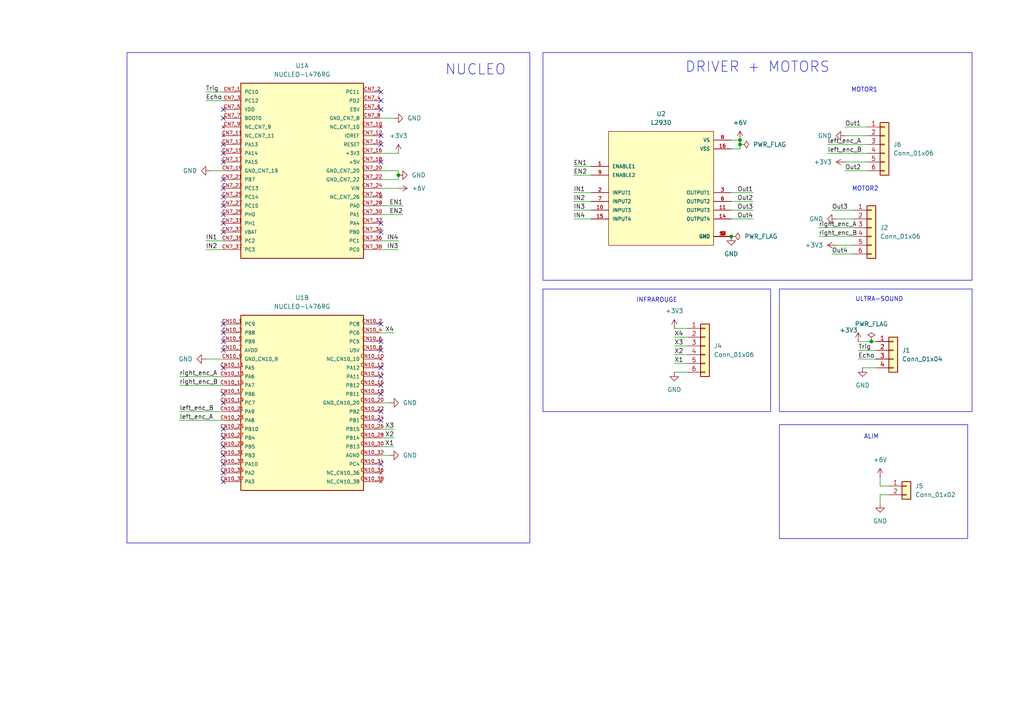
<source format=kicad_sch>
(kicad_sch
	(version 20250114)
	(generator "eeschema")
	(generator_version "9.0")
	(uuid "81115007-1ccf-43ac-a923-dcc721edfded")
	(paper "A4")
	(title_block
		(title "TUTO KICAD")
	)
	(lib_symbols
		(symbol "Connector_Generic:Conn_01x02"
			(pin_names
				(offset 1.016)
				(hide yes)
			)
			(exclude_from_sim no)
			(in_bom yes)
			(on_board yes)
			(property "Reference" "J"
				(at 0 2.54 0)
				(effects
					(font
						(size 1.27 1.27)
					)
				)
			)
			(property "Value" "Conn_01x02"
				(at 0 -5.08 0)
				(effects
					(font
						(size 1.27 1.27)
					)
				)
			)
			(property "Footprint" ""
				(at 0 0 0)
				(effects
					(font
						(size 1.27 1.27)
					)
					(hide yes)
				)
			)
			(property "Datasheet" "~"
				(at 0 0 0)
				(effects
					(font
						(size 1.27 1.27)
					)
					(hide yes)
				)
			)
			(property "Description" "Generic connector, single row, 01x02, script generated (kicad-library-utils/schlib/autogen/connector/)"
				(at 0 0 0)
				(effects
					(font
						(size 1.27 1.27)
					)
					(hide yes)
				)
			)
			(property "ki_keywords" "connector"
				(at 0 0 0)
				(effects
					(font
						(size 1.27 1.27)
					)
					(hide yes)
				)
			)
			(property "ki_fp_filters" "Connector*:*_1x??_*"
				(at 0 0 0)
				(effects
					(font
						(size 1.27 1.27)
					)
					(hide yes)
				)
			)
			(symbol "Conn_01x02_1_1"
				(rectangle
					(start -1.27 1.27)
					(end 1.27 -3.81)
					(stroke
						(width 0.254)
						(type default)
					)
					(fill
						(type background)
					)
				)
				(rectangle
					(start -1.27 0.127)
					(end 0 -0.127)
					(stroke
						(width 0.1524)
						(type default)
					)
					(fill
						(type none)
					)
				)
				(rectangle
					(start -1.27 -2.413)
					(end 0 -2.667)
					(stroke
						(width 0.1524)
						(type default)
					)
					(fill
						(type none)
					)
				)
				(pin passive line
					(at -5.08 0 0)
					(length 3.81)
					(name "Pin_1"
						(effects
							(font
								(size 1.27 1.27)
							)
						)
					)
					(number "1"
						(effects
							(font
								(size 1.27 1.27)
							)
						)
					)
				)
				(pin passive line
					(at -5.08 -2.54 0)
					(length 3.81)
					(name "Pin_2"
						(effects
							(font
								(size 1.27 1.27)
							)
						)
					)
					(number "2"
						(effects
							(font
								(size 1.27 1.27)
							)
						)
					)
				)
			)
			(embedded_fonts no)
		)
		(symbol "Connector_Generic:Conn_01x04"
			(pin_names
				(offset 1.016)
				(hide yes)
			)
			(exclude_from_sim no)
			(in_bom yes)
			(on_board yes)
			(property "Reference" "J"
				(at 0 5.08 0)
				(effects
					(font
						(size 1.27 1.27)
					)
				)
			)
			(property "Value" "Conn_01x04"
				(at 0 -7.62 0)
				(effects
					(font
						(size 1.27 1.27)
					)
				)
			)
			(property "Footprint" ""
				(at 0 0 0)
				(effects
					(font
						(size 1.27 1.27)
					)
					(hide yes)
				)
			)
			(property "Datasheet" "~"
				(at 0 0 0)
				(effects
					(font
						(size 1.27 1.27)
					)
					(hide yes)
				)
			)
			(property "Description" "Generic connector, single row, 01x04, script generated (kicad-library-utils/schlib/autogen/connector/)"
				(at 0 0 0)
				(effects
					(font
						(size 1.27 1.27)
					)
					(hide yes)
				)
			)
			(property "ki_keywords" "connector"
				(at 0 0 0)
				(effects
					(font
						(size 1.27 1.27)
					)
					(hide yes)
				)
			)
			(property "ki_fp_filters" "Connector*:*_1x??_*"
				(at 0 0 0)
				(effects
					(font
						(size 1.27 1.27)
					)
					(hide yes)
				)
			)
			(symbol "Conn_01x04_1_1"
				(rectangle
					(start -1.27 3.81)
					(end 1.27 -6.35)
					(stroke
						(width 0.254)
						(type default)
					)
					(fill
						(type background)
					)
				)
				(rectangle
					(start -1.27 2.667)
					(end 0 2.413)
					(stroke
						(width 0.1524)
						(type default)
					)
					(fill
						(type none)
					)
				)
				(rectangle
					(start -1.27 0.127)
					(end 0 -0.127)
					(stroke
						(width 0.1524)
						(type default)
					)
					(fill
						(type none)
					)
				)
				(rectangle
					(start -1.27 -2.413)
					(end 0 -2.667)
					(stroke
						(width 0.1524)
						(type default)
					)
					(fill
						(type none)
					)
				)
				(rectangle
					(start -1.27 -4.953)
					(end 0 -5.207)
					(stroke
						(width 0.1524)
						(type default)
					)
					(fill
						(type none)
					)
				)
				(pin passive line
					(at -5.08 2.54 0)
					(length 3.81)
					(name "Pin_1"
						(effects
							(font
								(size 1.27 1.27)
							)
						)
					)
					(number "1"
						(effects
							(font
								(size 1.27 1.27)
							)
						)
					)
				)
				(pin passive line
					(at -5.08 0 0)
					(length 3.81)
					(name "Pin_2"
						(effects
							(font
								(size 1.27 1.27)
							)
						)
					)
					(number "2"
						(effects
							(font
								(size 1.27 1.27)
							)
						)
					)
				)
				(pin passive line
					(at -5.08 -2.54 0)
					(length 3.81)
					(name "Pin_3"
						(effects
							(font
								(size 1.27 1.27)
							)
						)
					)
					(number "3"
						(effects
							(font
								(size 1.27 1.27)
							)
						)
					)
				)
				(pin passive line
					(at -5.08 -5.08 0)
					(length 3.81)
					(name "Pin_4"
						(effects
							(font
								(size 1.27 1.27)
							)
						)
					)
					(number "4"
						(effects
							(font
								(size 1.27 1.27)
							)
						)
					)
				)
			)
			(embedded_fonts no)
		)
		(symbol "Connector_Generic:Conn_01x06"
			(pin_names
				(offset 1.016)
				(hide yes)
			)
			(exclude_from_sim no)
			(in_bom yes)
			(on_board yes)
			(property "Reference" "J"
				(at 0 7.62 0)
				(effects
					(font
						(size 1.27 1.27)
					)
				)
			)
			(property "Value" "Conn_01x06"
				(at 0 -10.16 0)
				(effects
					(font
						(size 1.27 1.27)
					)
				)
			)
			(property "Footprint" ""
				(at 0 0 0)
				(effects
					(font
						(size 1.27 1.27)
					)
					(hide yes)
				)
			)
			(property "Datasheet" "~"
				(at 0 0 0)
				(effects
					(font
						(size 1.27 1.27)
					)
					(hide yes)
				)
			)
			(property "Description" "Generic connector, single row, 01x06, script generated (kicad-library-utils/schlib/autogen/connector/)"
				(at 0 0 0)
				(effects
					(font
						(size 1.27 1.27)
					)
					(hide yes)
				)
			)
			(property "ki_keywords" "connector"
				(at 0 0 0)
				(effects
					(font
						(size 1.27 1.27)
					)
					(hide yes)
				)
			)
			(property "ki_fp_filters" "Connector*:*_1x??_*"
				(at 0 0 0)
				(effects
					(font
						(size 1.27 1.27)
					)
					(hide yes)
				)
			)
			(symbol "Conn_01x06_1_1"
				(rectangle
					(start -1.27 6.35)
					(end 1.27 -8.89)
					(stroke
						(width 0.254)
						(type default)
					)
					(fill
						(type background)
					)
				)
				(rectangle
					(start -1.27 5.207)
					(end 0 4.953)
					(stroke
						(width 0.1524)
						(type default)
					)
					(fill
						(type none)
					)
				)
				(rectangle
					(start -1.27 2.667)
					(end 0 2.413)
					(stroke
						(width 0.1524)
						(type default)
					)
					(fill
						(type none)
					)
				)
				(rectangle
					(start -1.27 0.127)
					(end 0 -0.127)
					(stroke
						(width 0.1524)
						(type default)
					)
					(fill
						(type none)
					)
				)
				(rectangle
					(start -1.27 -2.413)
					(end 0 -2.667)
					(stroke
						(width 0.1524)
						(type default)
					)
					(fill
						(type none)
					)
				)
				(rectangle
					(start -1.27 -4.953)
					(end 0 -5.207)
					(stroke
						(width 0.1524)
						(type default)
					)
					(fill
						(type none)
					)
				)
				(rectangle
					(start -1.27 -7.493)
					(end 0 -7.747)
					(stroke
						(width 0.1524)
						(type default)
					)
					(fill
						(type none)
					)
				)
				(pin passive line
					(at -5.08 5.08 0)
					(length 3.81)
					(name "Pin_1"
						(effects
							(font
								(size 1.27 1.27)
							)
						)
					)
					(number "1"
						(effects
							(font
								(size 1.27 1.27)
							)
						)
					)
				)
				(pin passive line
					(at -5.08 2.54 0)
					(length 3.81)
					(name "Pin_2"
						(effects
							(font
								(size 1.27 1.27)
							)
						)
					)
					(number "2"
						(effects
							(font
								(size 1.27 1.27)
							)
						)
					)
				)
				(pin passive line
					(at -5.08 0 0)
					(length 3.81)
					(name "Pin_3"
						(effects
							(font
								(size 1.27 1.27)
							)
						)
					)
					(number "3"
						(effects
							(font
								(size 1.27 1.27)
							)
						)
					)
				)
				(pin passive line
					(at -5.08 -2.54 0)
					(length 3.81)
					(name "Pin_4"
						(effects
							(font
								(size 1.27 1.27)
							)
						)
					)
					(number "4"
						(effects
							(font
								(size 1.27 1.27)
							)
						)
					)
				)
				(pin passive line
					(at -5.08 -5.08 0)
					(length 3.81)
					(name "Pin_5"
						(effects
							(font
								(size 1.27 1.27)
							)
						)
					)
					(number "5"
						(effects
							(font
								(size 1.27 1.27)
							)
						)
					)
				)
				(pin passive line
					(at -5.08 -7.62 0)
					(length 3.81)
					(name "Pin_6"
						(effects
							(font
								(size 1.27 1.27)
							)
						)
					)
					(number "6"
						(effects
							(font
								(size 1.27 1.27)
							)
						)
					)
				)
			)
			(embedded_fonts no)
		)
		(symbol "L293D:L293D"
			(pin_names
				(offset 1.016)
			)
			(exclude_from_sim no)
			(in_bom yes)
			(on_board yes)
			(property "Reference" "U"
				(at -15.24 16.51 0)
				(effects
					(font
						(size 1.27 1.27)
					)
					(justify left bottom)
				)
			)
			(property "Value" "L293D"
				(at -15.24 -20.32 0)
				(effects
					(font
						(size 1.27 1.27)
					)
					(justify left bottom)
				)
			)
			(property "Footprint" "L293D:DIP880W50P254L2000H510Q16"
				(at 0 0 0)
				(effects
					(font
						(size 1.27 1.27)
					)
					(justify bottom)
					(hide yes)
				)
			)
			(property "Datasheet" ""
				(at 0 0 0)
				(effects
					(font
						(size 1.27 1.27)
					)
					(hide yes)
				)
			)
			(property "Description" ""
				(at 0 0 0)
				(effects
					(font
						(size 1.27 1.27)
					)
					(hide yes)
				)
			)
			(property "L1_NOM" ""
				(at 0 0 0)
				(effects
					(font
						(size 1.27 1.27)
					)
					(justify bottom)
					(hide yes)
				)
			)
			(property "SNAPEDA_PACKAGE_ID" ""
				(at 0 0 0)
				(effects
					(font
						(size 1.27 1.27)
					)
					(justify bottom)
					(hide yes)
				)
			)
			(property "B_NOM" "0.5"
				(at 0 0 0)
				(effects
					(font
						(size 1.27 1.27)
					)
					(justify bottom)
					(hide yes)
				)
			)
			(property "EMAX" ""
				(at 0 0 0)
				(effects
					(font
						(size 1.27 1.27)
					)
					(justify bottom)
					(hide yes)
				)
			)
			(property "D_MAX" "20.0"
				(at 0 0 0)
				(effects
					(font
						(size 1.27 1.27)
					)
					(justify bottom)
					(hide yes)
				)
			)
			(property "PACKAGE_TYPE" ""
				(at 0 0 0)
				(effects
					(font
						(size 1.27 1.27)
					)
					(justify bottom)
					(hide yes)
				)
			)
			(property "D1_NOM" ""
				(at 0 0 0)
				(effects
					(font
						(size 1.27 1.27)
					)
					(justify bottom)
					(hide yes)
				)
			)
			(property "E1_NOM" "7.1"
				(at 0 0 0)
				(effects
					(font
						(size 1.27 1.27)
					)
					(justify bottom)
					(hide yes)
				)
			)
			(property "B_MIN" "0.5"
				(at 0 0 0)
				(effects
					(font
						(size 1.27 1.27)
					)
					(justify bottom)
					(hide yes)
				)
			)
			(property "E1_MIN" "7.1"
				(at 0 0 0)
				(effects
					(font
						(size 1.27 1.27)
					)
					(justify bottom)
					(hide yes)
				)
			)
			(property "DigiKey_Part_Number" "497-2936-5-ND"
				(at 0 0 0)
				(effects
					(font
						(size 1.27 1.27)
					)
					(justify bottom)
					(hide yes)
				)
			)
			(property "L1_MIN" ""
				(at 0 0 0)
				(effects
					(font
						(size 1.27 1.27)
					)
					(justify bottom)
					(hide yes)
				)
			)
			(property "B_MAX" "0.5"
				(at 0 0 0)
				(effects
					(font
						(size 1.27 1.27)
					)
					(justify bottom)
					(hide yes)
				)
			)
			(property "Description_1" "Bipolar Motor Driver - Parallel 16-PowerDIP"
				(at 0 0 0)
				(effects
					(font
						(size 1.27 1.27)
					)
					(justify bottom)
					(hide yes)
				)
			)
			(property "EMIN" ""
				(at 0 0 0)
				(effects
					(font
						(size 1.27 1.27)
					)
					(justify bottom)
					(hide yes)
				)
			)
			(property "ENOM" "2.54"
				(at 0 0 0)
				(effects
					(font
						(size 1.27 1.27)
					)
					(justify bottom)
					(hide yes)
				)
			)
			(property "D_NOM" "20.0"
				(at 0 0 0)
				(effects
					(font
						(size 1.27 1.27)
					)
					(justify bottom)
					(hide yes)
				)
			)
			(property "VACANCIES" ""
				(at 0 0 0)
				(effects
					(font
						(size 1.27 1.27)
					)
					(justify bottom)
					(hide yes)
				)
			)
			(property "A_MAX" "5.1"
				(at 0 0 0)
				(effects
					(font
						(size 1.27 1.27)
					)
					(justify bottom)
					(hide yes)
				)
			)
			(property "D1_MAX" ""
				(at 0 0 0)
				(effects
					(font
						(size 1.27 1.27)
					)
					(justify bottom)
					(hide yes)
				)
			)
			(property "Package" "DIP-16 STMicroelectronics"
				(at 0 0 0)
				(effects
					(font
						(size 1.27 1.27)
					)
					(justify bottom)
					(hide yes)
				)
			)
			(property "L1_MAX" ""
				(at 0 0 0)
				(effects
					(font
						(size 1.27 1.27)
					)
					(justify bottom)
					(hide yes)
				)
			)
			(property "D1_MIN" ""
				(at 0 0 0)
				(effects
					(font
						(size 1.27 1.27)
					)
					(justify bottom)
					(hide yes)
				)
			)
			(property "A_NOM" "5.1"
				(at 0 0 0)
				(effects
					(font
						(size 1.27 1.27)
					)
					(justify bottom)
					(hide yes)
				)
			)
			(property "Check_prices" "https://www.snapeda.com/parts/L293D/STMicroelectronics/view-part/?ref=eda"
				(at 0 0 0)
				(effects
					(font
						(size 1.27 1.27)
					)
					(justify bottom)
					(hide yes)
				)
			)
			(property "A_MIN" "5.1"
				(at 0 0 0)
				(effects
					(font
						(size 1.27 1.27)
					)
					(justify bottom)
					(hide yes)
				)
			)
			(property "STANDARD" "IPC 7351B"
				(at 0 0 0)
				(effects
					(font
						(size 1.27 1.27)
					)
					(justify bottom)
					(hide yes)
				)
			)
			(property "PARTREV" ""
				(at 0 0 0)
				(effects
					(font
						(size 1.27 1.27)
					)
					(justify bottom)
					(hide yes)
				)
			)
			(property "DNOM" ""
				(at 0 0 0)
				(effects
					(font
						(size 1.27 1.27)
					)
					(justify bottom)
					(hide yes)
				)
			)
			(property "MF" "STMicroelectronics"
				(at 0 0 0)
				(effects
					(font
						(size 1.27 1.27)
					)
					(justify bottom)
					(hide yes)
				)
			)
			(property "DMIN" ""
				(at 0 0 0)
				(effects
					(font
						(size 1.27 1.27)
					)
					(justify bottom)
					(hide yes)
				)
			)
			(property "E_NOM" "8.8"
				(at 0 0 0)
				(effects
					(font
						(size 1.27 1.27)
					)
					(justify bottom)
					(hide yes)
				)
			)
			(property "DMAX" ""
				(at 0 0 0)
				(effects
					(font
						(size 1.27 1.27)
					)
					(justify bottom)
					(hide yes)
				)
			)
			(property "PIN_COUNT" "16.0"
				(at 0 0 0)
				(effects
					(font
						(size 1.27 1.27)
					)
					(justify bottom)
					(hide yes)
				)
			)
			(property "MANUFACTURER" "ST Microelectronics"
				(at 0 0 0)
				(effects
					(font
						(size 1.27 1.27)
					)
					(justify bottom)
					(hide yes)
				)
			)
			(property "SnapEDA_Link" "https://www.snapeda.com/parts/L293D/STMicroelectronics/view-part/?ref=snap"
				(at 0 0 0)
				(effects
					(font
						(size 1.27 1.27)
					)
					(justify bottom)
					(hide yes)
				)
			)
			(property "MAXIMUM_PACKAGE_HEIGHT" "5.1mm"
				(at 0 0 0)
				(effects
					(font
						(size 1.27 1.27)
					)
					(justify bottom)
					(hide yes)
				)
			)
			(property "E1_MAX" "7.1"
				(at 0 0 0)
				(effects
					(font
						(size 1.27 1.27)
					)
					(justify bottom)
					(hide yes)
				)
			)
			(property "D_MIN" "20.0"
				(at 0 0 0)
				(effects
					(font
						(size 1.27 1.27)
					)
					(justify bottom)
					(hide yes)
				)
			)
			(property "MP" "L293D"
				(at 0 0 0)
				(effects
					(font
						(size 1.27 1.27)
					)
					(justify bottom)
					(hide yes)
				)
			)
			(property "PINS" ""
				(at 0 0 0)
				(effects
					(font
						(size 1.27 1.27)
					)
					(justify bottom)
					(hide yes)
				)
			)
			(symbol "L293D_0_0"
				(rectangle
					(start -15.24 -17.78)
					(end 15.24 15.24)
					(stroke
						(width 0.1524)
						(type default)
					)
					(fill
						(type background)
					)
				)
				(pin input line
					(at -20.32 5.08 0)
					(length 5.08)
					(name "ENABLE1"
						(effects
							(font
								(size 1.016 1.016)
							)
						)
					)
					(number "1"
						(effects
							(font
								(size 1.016 1.016)
							)
						)
					)
				)
				(pin input line
					(at -20.32 2.54 0)
					(length 5.08)
					(name "ENABLE2"
						(effects
							(font
								(size 1.016 1.016)
							)
						)
					)
					(number "9"
						(effects
							(font
								(size 1.016 1.016)
							)
						)
					)
				)
				(pin input line
					(at -20.32 -2.54 0)
					(length 5.08)
					(name "INPUT1"
						(effects
							(font
								(size 1.016 1.016)
							)
						)
					)
					(number "2"
						(effects
							(font
								(size 1.016 1.016)
							)
						)
					)
				)
				(pin input line
					(at -20.32 -5.08 0)
					(length 5.08)
					(name "INPUT2"
						(effects
							(font
								(size 1.016 1.016)
							)
						)
					)
					(number "7"
						(effects
							(font
								(size 1.016 1.016)
							)
						)
					)
				)
				(pin input line
					(at -20.32 -7.62 0)
					(length 5.08)
					(name "INPUT3"
						(effects
							(font
								(size 1.016 1.016)
							)
						)
					)
					(number "10"
						(effects
							(font
								(size 1.016 1.016)
							)
						)
					)
				)
				(pin input line
					(at -20.32 -10.16 0)
					(length 5.08)
					(name "INPUT4"
						(effects
							(font
								(size 1.016 1.016)
							)
						)
					)
					(number "15"
						(effects
							(font
								(size 1.016 1.016)
							)
						)
					)
				)
				(pin power_in line
					(at 20.32 12.7 180)
					(length 5.08)
					(name "VS"
						(effects
							(font
								(size 1.016 1.016)
							)
						)
					)
					(number "8"
						(effects
							(font
								(size 1.016 1.016)
							)
						)
					)
				)
				(pin power_in line
					(at 20.32 10.16 180)
					(length 5.08)
					(name "VSS"
						(effects
							(font
								(size 1.016 1.016)
							)
						)
					)
					(number "16"
						(effects
							(font
								(size 1.016 1.016)
							)
						)
					)
				)
				(pin output line
					(at 20.32 -2.54 180)
					(length 5.08)
					(name "OUTPUT1"
						(effects
							(font
								(size 1.016 1.016)
							)
						)
					)
					(number "3"
						(effects
							(font
								(size 1.016 1.016)
							)
						)
					)
				)
				(pin output line
					(at 20.32 -5.08 180)
					(length 5.08)
					(name "OUTPUT2"
						(effects
							(font
								(size 1.016 1.016)
							)
						)
					)
					(number "6"
						(effects
							(font
								(size 1.016 1.016)
							)
						)
					)
				)
				(pin output line
					(at 20.32 -7.62 180)
					(length 5.08)
					(name "OUTPUT3"
						(effects
							(font
								(size 1.016 1.016)
							)
						)
					)
					(number "11"
						(effects
							(font
								(size 1.016 1.016)
							)
						)
					)
				)
				(pin output line
					(at 20.32 -10.16 180)
					(length 5.08)
					(name "OUTPUT4"
						(effects
							(font
								(size 1.016 1.016)
							)
						)
					)
					(number "14"
						(effects
							(font
								(size 1.016 1.016)
							)
						)
					)
				)
				(pin power_in line
					(at 20.32 -15.24 180)
					(length 5.08)
					(name "GND"
						(effects
							(font
								(size 1.016 1.016)
							)
						)
					)
					(number "12"
						(effects
							(font
								(size 1.016 1.016)
							)
						)
					)
				)
				(pin power_in line
					(at 20.32 -15.24 180)
					(length 5.08)
					(name "GND"
						(effects
							(font
								(size 1.016 1.016)
							)
						)
					)
					(number "13"
						(effects
							(font
								(size 1.016 1.016)
							)
						)
					)
				)
				(pin power_in line
					(at 20.32 -15.24 180)
					(length 5.08)
					(name "GND"
						(effects
							(font
								(size 1.016 1.016)
							)
						)
					)
					(number "4"
						(effects
							(font
								(size 1.016 1.016)
							)
						)
					)
				)
				(pin power_in line
					(at 20.32 -15.24 180)
					(length 5.08)
					(name "GND"
						(effects
							(font
								(size 1.016 1.016)
							)
						)
					)
					(number "5"
						(effects
							(font
								(size 1.016 1.016)
							)
						)
					)
				)
			)
			(embedded_fonts no)
		)
		(symbol "NucleoL476RG:NUCLEO-L476RG"
			(pin_names
				(offset 1.016)
			)
			(exclude_from_sim no)
			(in_bom yes)
			(on_board yes)
			(property "Reference" "U"
				(at -17.78 26.162 0)
				(effects
					(font
						(size 1.27 1.27)
					)
					(justify left bottom)
				)
			)
			(property "Value" "NUCLEO-L476RG"
				(at -17.78 -27.94 0)
				(effects
					(font
						(size 1.27 1.27)
					)
					(justify left bottom)
				)
			)
			(property "Footprint" "NUCLEO-L476RG:MODULE_NUCLEO-L476RG"
				(at 0 0 0)
				(effects
					(font
						(size 1.27 1.27)
					)
					(justify bottom)
					(hide yes)
				)
			)
			(property "Datasheet" ""
				(at 0 0 0)
				(effects
					(font
						(size 1.27 1.27)
					)
					(hide yes)
				)
			)
			(property "Description" ""
				(at 0 0 0)
				(effects
					(font
						(size 1.27 1.27)
					)
					(hide yes)
				)
			)
			(property "DigiKey_Part_Number" "497-15881-ND"
				(at 0 0 0)
				(effects
					(font
						(size 1.27 1.27)
					)
					(justify bottom)
					(hide yes)
				)
			)
			(property "SnapEDA_Link" "https://www.snapeda.com/parts/NUCLEO-L476RG/STMicroelectronics/view-part/?ref=snap"
				(at 0 0 0)
				(effects
					(font
						(size 1.27 1.27)
					)
					(justify bottom)
					(hide yes)
				)
			)
			(property "Description_1" "STM32L476RG, mbed-Enabled Development Nucleo-64 STM32L4 ARM® Cortex®-M4 MCU 32-Bit Embedded Evaluation Board"
				(at 0 0 0)
				(effects
					(font
						(size 1.27 1.27)
					)
					(justify bottom)
					(hide yes)
				)
			)
			(property "Package" "None"
				(at 0 0 0)
				(effects
					(font
						(size 1.27 1.27)
					)
					(justify bottom)
					(hide yes)
				)
			)
			(property "Check_prices" "https://www.snapeda.com/parts/NUCLEO-L476RG/STMicroelectronics/view-part/?ref=eda"
				(at 0 0 0)
				(effects
					(font
						(size 1.27 1.27)
					)
					(justify bottom)
					(hide yes)
				)
			)
			(property "STANDARD" "Manufacturer Recommendations"
				(at 0 0 0)
				(effects
					(font
						(size 1.27 1.27)
					)
					(justify bottom)
					(hide yes)
				)
			)
			(property "PARTREV" "15"
				(at 0 0 0)
				(effects
					(font
						(size 1.27 1.27)
					)
					(justify bottom)
					(hide yes)
				)
			)
			(property "MF" "STMicroelectronics"
				(at 0 0 0)
				(effects
					(font
						(size 1.27 1.27)
					)
					(justify bottom)
					(hide yes)
				)
			)
			(property "MP" "NUCLEO-L476RG"
				(at 0 0 0)
				(effects
					(font
						(size 1.27 1.27)
					)
					(justify bottom)
					(hide yes)
				)
			)
			(property "MANUFACTURER" "STmicroelectronics"
				(at 0 0 0)
				(effects
					(font
						(size 1.27 1.27)
					)
					(justify bottom)
					(hide yes)
				)
			)
			(symbol "NUCLEO-L476RG_1_0"
				(rectangle
					(start -17.78 -25.4)
					(end 17.78 25.4)
					(stroke
						(width 0.254)
						(type default)
					)
					(fill
						(type background)
					)
				)
				(pin bidirectional line
					(at -22.86 22.86 0)
					(length 5.08)
					(name "PC10"
						(effects
							(font
								(size 1.016 1.016)
							)
						)
					)
					(number "CN7_1"
						(effects
							(font
								(size 1.016 1.016)
							)
						)
					)
				)
				(pin bidirectional line
					(at -22.86 20.32 0)
					(length 5.08)
					(name "PC12"
						(effects
							(font
								(size 1.016 1.016)
							)
						)
					)
					(number "CN7_3"
						(effects
							(font
								(size 1.016 1.016)
							)
						)
					)
				)
				(pin power_in line
					(at -22.86 17.78 0)
					(length 5.08)
					(name "VDD"
						(effects
							(font
								(size 1.016 1.016)
							)
						)
					)
					(number "CN7_5"
						(effects
							(font
								(size 1.016 1.016)
							)
						)
					)
				)
				(pin input line
					(at -22.86 15.24 0)
					(length 5.08)
					(name "BOOT0"
						(effects
							(font
								(size 1.016 1.016)
							)
						)
					)
					(number "CN7_7"
						(effects
							(font
								(size 1.016 1.016)
							)
						)
					)
				)
				(pin no_connect line
					(at -22.86 12.7 0)
					(length 5.08)
					(name "NC_CN7_9"
						(effects
							(font
								(size 1.016 1.016)
							)
						)
					)
					(number "CN7_9"
						(effects
							(font
								(size 1.016 1.016)
							)
						)
					)
				)
				(pin no_connect line
					(at -22.86 10.16 0)
					(length 5.08)
					(name "NC_CN7_11"
						(effects
							(font
								(size 1.016 1.016)
							)
						)
					)
					(number "CN7_11"
						(effects
							(font
								(size 1.016 1.016)
							)
						)
					)
				)
				(pin bidirectional line
					(at -22.86 7.62 0)
					(length 5.08)
					(name "PA13"
						(effects
							(font
								(size 1.016 1.016)
							)
						)
					)
					(number "CN7_13"
						(effects
							(font
								(size 1.016 1.016)
							)
						)
					)
				)
				(pin bidirectional line
					(at -22.86 5.08 0)
					(length 5.08)
					(name "PA14"
						(effects
							(font
								(size 1.016 1.016)
							)
						)
					)
					(number "CN7_15"
						(effects
							(font
								(size 1.016 1.016)
							)
						)
					)
				)
				(pin bidirectional line
					(at -22.86 2.54 0)
					(length 5.08)
					(name "PA15"
						(effects
							(font
								(size 1.016 1.016)
							)
						)
					)
					(number "CN7_17"
						(effects
							(font
								(size 1.016 1.016)
							)
						)
					)
				)
				(pin power_in line
					(at -22.86 0 0)
					(length 5.08)
					(name "GND_CN7_19"
						(effects
							(font
								(size 1.016 1.016)
							)
						)
					)
					(number "CN7_19"
						(effects
							(font
								(size 1.016 1.016)
							)
						)
					)
				)
				(pin bidirectional line
					(at -22.86 -2.54 0)
					(length 5.08)
					(name "PB7"
						(effects
							(font
								(size 1.016 1.016)
							)
						)
					)
					(number "CN7_21"
						(effects
							(font
								(size 1.016 1.016)
							)
						)
					)
				)
				(pin bidirectional line
					(at -22.86 -5.08 0)
					(length 5.08)
					(name "PC13"
						(effects
							(font
								(size 1.016 1.016)
							)
						)
					)
					(number "CN7_23"
						(effects
							(font
								(size 1.016 1.016)
							)
						)
					)
				)
				(pin bidirectional line
					(at -22.86 -7.62 0)
					(length 5.08)
					(name "PC14"
						(effects
							(font
								(size 1.016 1.016)
							)
						)
					)
					(number "CN7_25"
						(effects
							(font
								(size 1.016 1.016)
							)
						)
					)
				)
				(pin bidirectional line
					(at -22.86 -10.16 0)
					(length 5.08)
					(name "PC15"
						(effects
							(font
								(size 1.016 1.016)
							)
						)
					)
					(number "CN7_27"
						(effects
							(font
								(size 1.016 1.016)
							)
						)
					)
				)
				(pin bidirectional line
					(at -22.86 -12.7 0)
					(length 5.08)
					(name "PH0"
						(effects
							(font
								(size 1.016 1.016)
							)
						)
					)
					(number "CN7_29"
						(effects
							(font
								(size 1.016 1.016)
							)
						)
					)
				)
				(pin bidirectional line
					(at -22.86 -15.24 0)
					(length 5.08)
					(name "PH1"
						(effects
							(font
								(size 1.016 1.016)
							)
						)
					)
					(number "CN7_31"
						(effects
							(font
								(size 1.016 1.016)
							)
						)
					)
				)
				(pin power_in line
					(at -22.86 -17.78 0)
					(length 5.08)
					(name "VBAT"
						(effects
							(font
								(size 1.016 1.016)
							)
						)
					)
					(number "CN7_33"
						(effects
							(font
								(size 1.016 1.016)
							)
						)
					)
				)
				(pin bidirectional line
					(at -22.86 -20.32 0)
					(length 5.08)
					(name "PC2"
						(effects
							(font
								(size 1.016 1.016)
							)
						)
					)
					(number "CN7_35"
						(effects
							(font
								(size 1.016 1.016)
							)
						)
					)
				)
				(pin bidirectional line
					(at -22.86 -22.86 0)
					(length 5.08)
					(name "PC3"
						(effects
							(font
								(size 1.016 1.016)
							)
						)
					)
					(number "CN7_37"
						(effects
							(font
								(size 1.016 1.016)
							)
						)
					)
				)
				(pin bidirectional line
					(at 22.86 22.86 180)
					(length 5.08)
					(name "PC11"
						(effects
							(font
								(size 1.016 1.016)
							)
						)
					)
					(number "CN7_2"
						(effects
							(font
								(size 1.016 1.016)
							)
						)
					)
				)
				(pin bidirectional line
					(at 22.86 20.32 180)
					(length 5.08)
					(name "PD2"
						(effects
							(font
								(size 1.016 1.016)
							)
						)
					)
					(number "CN7_4"
						(effects
							(font
								(size 1.016 1.016)
							)
						)
					)
				)
				(pin power_in line
					(at 22.86 17.78 180)
					(length 5.08)
					(name "E5V"
						(effects
							(font
								(size 1.016 1.016)
							)
						)
					)
					(number "CN7_6"
						(effects
							(font
								(size 1.016 1.016)
							)
						)
					)
				)
				(pin power_in line
					(at 22.86 15.24 180)
					(length 5.08)
					(name "GND_CN7_8"
						(effects
							(font
								(size 1.016 1.016)
							)
						)
					)
					(number "CN7_8"
						(effects
							(font
								(size 1.016 1.016)
							)
						)
					)
				)
				(pin no_connect line
					(at 22.86 12.7 180)
					(length 5.08)
					(name "NC_CN7_10"
						(effects
							(font
								(size 1.016 1.016)
							)
						)
					)
					(number "CN7_10"
						(effects
							(font
								(size 1.016 1.016)
							)
						)
					)
				)
				(pin input line
					(at 22.86 10.16 180)
					(length 5.08)
					(name "IOREF"
						(effects
							(font
								(size 1.016 1.016)
							)
						)
					)
					(number "CN7_12"
						(effects
							(font
								(size 1.016 1.016)
							)
						)
					)
				)
				(pin input line
					(at 22.86 7.62 180)
					(length 5.08)
					(name "RESET"
						(effects
							(font
								(size 1.016 1.016)
							)
						)
					)
					(number "CN7_14"
						(effects
							(font
								(size 1.016 1.016)
							)
						)
					)
				)
				(pin power_in line
					(at 22.86 5.08 180)
					(length 5.08)
					(name "+3V3"
						(effects
							(font
								(size 1.016 1.016)
							)
						)
					)
					(number "CN7_16"
						(effects
							(font
								(size 1.016 1.016)
							)
						)
					)
				)
				(pin power_in line
					(at 22.86 2.54 180)
					(length 5.08)
					(name "+5V"
						(effects
							(font
								(size 1.016 1.016)
							)
						)
					)
					(number "CN7_18"
						(effects
							(font
								(size 1.016 1.016)
							)
						)
					)
				)
				(pin power_in line
					(at 22.86 0 180)
					(length 5.08)
					(name "GND_CN7_20"
						(effects
							(font
								(size 1.016 1.016)
							)
						)
					)
					(number "CN7_20"
						(effects
							(font
								(size 1.016 1.016)
							)
						)
					)
				)
				(pin power_in line
					(at 22.86 -2.54 180)
					(length 5.08)
					(name "GND_CN7_22"
						(effects
							(font
								(size 1.016 1.016)
							)
						)
					)
					(number "CN7_22"
						(effects
							(font
								(size 1.016 1.016)
							)
						)
					)
				)
				(pin power_in line
					(at 22.86 -5.08 180)
					(length 5.08)
					(name "VIN"
						(effects
							(font
								(size 1.016 1.016)
							)
						)
					)
					(number "CN7_24"
						(effects
							(font
								(size 1.016 1.016)
							)
						)
					)
				)
				(pin no_connect line
					(at 22.86 -7.62 180)
					(length 5.08)
					(name "NC_CN7_26"
						(effects
							(font
								(size 1.016 1.016)
							)
						)
					)
					(number "CN7_26"
						(effects
							(font
								(size 1.016 1.016)
							)
						)
					)
				)
				(pin bidirectional line
					(at 22.86 -10.16 180)
					(length 5.08)
					(name "PA0"
						(effects
							(font
								(size 1.016 1.016)
							)
						)
					)
					(number "CN7_28"
						(effects
							(font
								(size 1.016 1.016)
							)
						)
					)
				)
				(pin bidirectional line
					(at 22.86 -12.7 180)
					(length 5.08)
					(name "PA1"
						(effects
							(font
								(size 1.016 1.016)
							)
						)
					)
					(number "CN7_30"
						(effects
							(font
								(size 1.016 1.016)
							)
						)
					)
				)
				(pin bidirectional line
					(at 22.86 -15.24 180)
					(length 5.08)
					(name "PA4"
						(effects
							(font
								(size 1.016 1.016)
							)
						)
					)
					(number "CN7_32"
						(effects
							(font
								(size 1.016 1.016)
							)
						)
					)
				)
				(pin bidirectional line
					(at 22.86 -17.78 180)
					(length 5.08)
					(name "PB0"
						(effects
							(font
								(size 1.016 1.016)
							)
						)
					)
					(number "CN7_34"
						(effects
							(font
								(size 1.016 1.016)
							)
						)
					)
				)
				(pin bidirectional line
					(at 22.86 -20.32 180)
					(length 5.08)
					(name "PC1"
						(effects
							(font
								(size 1.016 1.016)
							)
						)
					)
					(number "CN7_36"
						(effects
							(font
								(size 1.016 1.016)
							)
						)
					)
				)
				(pin bidirectional line
					(at 22.86 -22.86 180)
					(length 5.08)
					(name "PC0"
						(effects
							(font
								(size 1.016 1.016)
							)
						)
					)
					(number "CN7_38"
						(effects
							(font
								(size 1.016 1.016)
							)
						)
					)
				)
			)
			(symbol "NUCLEO-L476RG_2_0"
				(rectangle
					(start -17.78 -25.4)
					(end 17.78 25.4)
					(stroke
						(width 0.254)
						(type default)
					)
					(fill
						(type background)
					)
				)
				(pin bidirectional line
					(at -22.86 22.86 0)
					(length 5.08)
					(name "PC9"
						(effects
							(font
								(size 1.016 1.016)
							)
						)
					)
					(number "CN10_1"
						(effects
							(font
								(size 1.016 1.016)
							)
						)
					)
				)
				(pin bidirectional line
					(at -22.86 20.32 0)
					(length 5.08)
					(name "PB8"
						(effects
							(font
								(size 1.016 1.016)
							)
						)
					)
					(number "CN10_3"
						(effects
							(font
								(size 1.016 1.016)
							)
						)
					)
				)
				(pin bidirectional line
					(at -22.86 17.78 0)
					(length 5.08)
					(name "PB9"
						(effects
							(font
								(size 1.016 1.016)
							)
						)
					)
					(number "CN10_5"
						(effects
							(font
								(size 1.016 1.016)
							)
						)
					)
				)
				(pin power_in line
					(at -22.86 15.24 0)
					(length 5.08)
					(name "AVDD"
						(effects
							(font
								(size 1.016 1.016)
							)
						)
					)
					(number "CN10_7"
						(effects
							(font
								(size 1.016 1.016)
							)
						)
					)
				)
				(pin power_in line
					(at -22.86 12.7 0)
					(length 5.08)
					(name "GND_CN10_9"
						(effects
							(font
								(size 1.016 1.016)
							)
						)
					)
					(number "CN10_9"
						(effects
							(font
								(size 1.016 1.016)
							)
						)
					)
				)
				(pin bidirectional line
					(at -22.86 10.16 0)
					(length 5.08)
					(name "PA5"
						(effects
							(font
								(size 1.016 1.016)
							)
						)
					)
					(number "CN10_11"
						(effects
							(font
								(size 1.016 1.016)
							)
						)
					)
				)
				(pin bidirectional line
					(at -22.86 7.62 0)
					(length 5.08)
					(name "PA6"
						(effects
							(font
								(size 1.016 1.016)
							)
						)
					)
					(number "CN10_13"
						(effects
							(font
								(size 1.016 1.016)
							)
						)
					)
				)
				(pin bidirectional line
					(at -22.86 5.08 0)
					(length 5.08)
					(name "PA7"
						(effects
							(font
								(size 1.016 1.016)
							)
						)
					)
					(number "CN10_15"
						(effects
							(font
								(size 1.016 1.016)
							)
						)
					)
				)
				(pin bidirectional line
					(at -22.86 2.54 0)
					(length 5.08)
					(name "PB6"
						(effects
							(font
								(size 1.016 1.016)
							)
						)
					)
					(number "CN10_17"
						(effects
							(font
								(size 1.016 1.016)
							)
						)
					)
				)
				(pin bidirectional line
					(at -22.86 0 0)
					(length 5.08)
					(name "PC7"
						(effects
							(font
								(size 1.016 1.016)
							)
						)
					)
					(number "CN10_19"
						(effects
							(font
								(size 1.016 1.016)
							)
						)
					)
				)
				(pin bidirectional line
					(at -22.86 -2.54 0)
					(length 5.08)
					(name "PA9"
						(effects
							(font
								(size 1.016 1.016)
							)
						)
					)
					(number "CN10_21"
						(effects
							(font
								(size 1.016 1.016)
							)
						)
					)
				)
				(pin bidirectional line
					(at -22.86 -5.08 0)
					(length 5.08)
					(name "PA8"
						(effects
							(font
								(size 1.016 1.016)
							)
						)
					)
					(number "CN10_23"
						(effects
							(font
								(size 1.016 1.016)
							)
						)
					)
				)
				(pin bidirectional line
					(at -22.86 -7.62 0)
					(length 5.08)
					(name "PB10"
						(effects
							(font
								(size 1.016 1.016)
							)
						)
					)
					(number "CN10_25"
						(effects
							(font
								(size 1.016 1.016)
							)
						)
					)
				)
				(pin bidirectional line
					(at -22.86 -10.16 0)
					(length 5.08)
					(name "PB4"
						(effects
							(font
								(size 1.016 1.016)
							)
						)
					)
					(number "CN10_27"
						(effects
							(font
								(size 1.016 1.016)
							)
						)
					)
				)
				(pin bidirectional line
					(at -22.86 -12.7 0)
					(length 5.08)
					(name "PB5"
						(effects
							(font
								(size 1.016 1.016)
							)
						)
					)
					(number "CN10_29"
						(effects
							(font
								(size 1.016 1.016)
							)
						)
					)
				)
				(pin bidirectional line
					(at -22.86 -15.24 0)
					(length 5.08)
					(name "PB3"
						(effects
							(font
								(size 1.016 1.016)
							)
						)
					)
					(number "CN10_31"
						(effects
							(font
								(size 1.016 1.016)
							)
						)
					)
				)
				(pin bidirectional line
					(at -22.86 -17.78 0)
					(length 5.08)
					(name "PA10"
						(effects
							(font
								(size 1.016 1.016)
							)
						)
					)
					(number "CN10_33"
						(effects
							(font
								(size 1.016 1.016)
							)
						)
					)
				)
				(pin bidirectional line
					(at -22.86 -20.32 0)
					(length 5.08)
					(name "PA2"
						(effects
							(font
								(size 1.016 1.016)
							)
						)
					)
					(number "CN10_35"
						(effects
							(font
								(size 1.016 1.016)
							)
						)
					)
				)
				(pin bidirectional line
					(at -22.86 -22.86 0)
					(length 5.08)
					(name "PA3"
						(effects
							(font
								(size 1.016 1.016)
							)
						)
					)
					(number "CN10_37"
						(effects
							(font
								(size 1.016 1.016)
							)
						)
					)
				)
				(pin bidirectional line
					(at 22.86 22.86 180)
					(length 5.08)
					(name "PC8"
						(effects
							(font
								(size 1.016 1.016)
							)
						)
					)
					(number "CN10_2"
						(effects
							(font
								(size 1.016 1.016)
							)
						)
					)
				)
				(pin bidirectional line
					(at 22.86 20.32 180)
					(length 5.08)
					(name "PC6"
						(effects
							(font
								(size 1.016 1.016)
							)
						)
					)
					(number "CN10_4"
						(effects
							(font
								(size 1.016 1.016)
							)
						)
					)
				)
				(pin bidirectional line
					(at 22.86 17.78 180)
					(length 5.08)
					(name "PC5"
						(effects
							(font
								(size 1.016 1.016)
							)
						)
					)
					(number "CN10_6"
						(effects
							(font
								(size 1.016 1.016)
							)
						)
					)
				)
				(pin power_in line
					(at 22.86 15.24 180)
					(length 5.08)
					(name "U5V"
						(effects
							(font
								(size 1.016 1.016)
							)
						)
					)
					(number "CN10_8"
						(effects
							(font
								(size 1.016 1.016)
							)
						)
					)
				)
				(pin no_connect line
					(at 22.86 12.7 180)
					(length 5.08)
					(name "NC_CN10_10"
						(effects
							(font
								(size 1.016 1.016)
							)
						)
					)
					(number "CN10_10"
						(effects
							(font
								(size 1.016 1.016)
							)
						)
					)
				)
				(pin bidirectional line
					(at 22.86 10.16 180)
					(length 5.08)
					(name "PA12"
						(effects
							(font
								(size 1.016 1.016)
							)
						)
					)
					(number "CN10_12"
						(effects
							(font
								(size 1.016 1.016)
							)
						)
					)
				)
				(pin bidirectional line
					(at 22.86 7.62 180)
					(length 5.08)
					(name "PA11"
						(effects
							(font
								(size 1.016 1.016)
							)
						)
					)
					(number "CN10_14"
						(effects
							(font
								(size 1.016 1.016)
							)
						)
					)
				)
				(pin bidirectional line
					(at 22.86 5.08 180)
					(length 5.08)
					(name "PB12"
						(effects
							(font
								(size 1.016 1.016)
							)
						)
					)
					(number "CN10_16"
						(effects
							(font
								(size 1.016 1.016)
							)
						)
					)
				)
				(pin bidirectional line
					(at 22.86 2.54 180)
					(length 5.08)
					(name "PB11"
						(effects
							(font
								(size 1.016 1.016)
							)
						)
					)
					(number "CN10_18"
						(effects
							(font
								(size 1.016 1.016)
							)
						)
					)
				)
				(pin power_in line
					(at 22.86 0 180)
					(length 5.08)
					(name "GND_CN10_20"
						(effects
							(font
								(size 1.016 1.016)
							)
						)
					)
					(number "CN10_20"
						(effects
							(font
								(size 1.016 1.016)
							)
						)
					)
				)
				(pin bidirectional line
					(at 22.86 -2.54 180)
					(length 5.08)
					(name "PB2"
						(effects
							(font
								(size 1.016 1.016)
							)
						)
					)
					(number "CN10_22"
						(effects
							(font
								(size 1.016 1.016)
							)
						)
					)
				)
				(pin bidirectional line
					(at 22.86 -5.08 180)
					(length 5.08)
					(name "PB1"
						(effects
							(font
								(size 1.016 1.016)
							)
						)
					)
					(number "CN10_24"
						(effects
							(font
								(size 1.016 1.016)
							)
						)
					)
				)
				(pin bidirectional line
					(at 22.86 -7.62 180)
					(length 5.08)
					(name "PB15"
						(effects
							(font
								(size 1.016 1.016)
							)
						)
					)
					(number "CN10_26"
						(effects
							(font
								(size 1.016 1.016)
							)
						)
					)
				)
				(pin bidirectional line
					(at 22.86 -10.16 180)
					(length 5.08)
					(name "PB14"
						(effects
							(font
								(size 1.016 1.016)
							)
						)
					)
					(number "CN10_28"
						(effects
							(font
								(size 1.016 1.016)
							)
						)
					)
				)
				(pin bidirectional line
					(at 22.86 -12.7 180)
					(length 5.08)
					(name "PB13"
						(effects
							(font
								(size 1.016 1.016)
							)
						)
					)
					(number "CN10_30"
						(effects
							(font
								(size 1.016 1.016)
							)
						)
					)
				)
				(pin power_in line
					(at 22.86 -15.24 180)
					(length 5.08)
					(name "AGND"
						(effects
							(font
								(size 1.016 1.016)
							)
						)
					)
					(number "CN10_32"
						(effects
							(font
								(size 1.016 1.016)
							)
						)
					)
				)
				(pin bidirectional line
					(at 22.86 -17.78 180)
					(length 5.08)
					(name "PC4"
						(effects
							(font
								(size 1.016 1.016)
							)
						)
					)
					(number "CN10_34"
						(effects
							(font
								(size 1.016 1.016)
							)
						)
					)
				)
				(pin no_connect line
					(at 22.86 -20.32 180)
					(length 5.08)
					(name "NC_CN10_36"
						(effects
							(font
								(size 1.016 1.016)
							)
						)
					)
					(number "CN10_36"
						(effects
							(font
								(size 1.016 1.016)
							)
						)
					)
				)
				(pin no_connect line
					(at 22.86 -22.86 180)
					(length 5.08)
					(name "NC_CN10_38"
						(effects
							(font
								(size 1.016 1.016)
							)
						)
					)
					(number "CN10_38"
						(effects
							(font
								(size 1.016 1.016)
							)
						)
					)
				)
			)
			(embedded_fonts no)
		)
		(symbol "power:+3V3"
			(power)
			(pin_numbers
				(hide yes)
			)
			(pin_names
				(offset 0)
				(hide yes)
			)
			(exclude_from_sim no)
			(in_bom yes)
			(on_board yes)
			(property "Reference" "#PWR"
				(at 0 -3.81 0)
				(effects
					(font
						(size 1.27 1.27)
					)
					(hide yes)
				)
			)
			(property "Value" "+3V3"
				(at 0 3.556 0)
				(effects
					(font
						(size 1.27 1.27)
					)
				)
			)
			(property "Footprint" ""
				(at 0 0 0)
				(effects
					(font
						(size 1.27 1.27)
					)
					(hide yes)
				)
			)
			(property "Datasheet" ""
				(at 0 0 0)
				(effects
					(font
						(size 1.27 1.27)
					)
					(hide yes)
				)
			)
			(property "Description" "Power symbol creates a global label with name \"+3V3\""
				(at 0 0 0)
				(effects
					(font
						(size 1.27 1.27)
					)
					(hide yes)
				)
			)
			(property "ki_keywords" "global power"
				(at 0 0 0)
				(effects
					(font
						(size 1.27 1.27)
					)
					(hide yes)
				)
			)
			(symbol "+3V3_0_1"
				(polyline
					(pts
						(xy -0.762 1.27) (xy 0 2.54)
					)
					(stroke
						(width 0)
						(type default)
					)
					(fill
						(type none)
					)
				)
				(polyline
					(pts
						(xy 0 2.54) (xy 0.762 1.27)
					)
					(stroke
						(width 0)
						(type default)
					)
					(fill
						(type none)
					)
				)
				(polyline
					(pts
						(xy 0 0) (xy 0 2.54)
					)
					(stroke
						(width 0)
						(type default)
					)
					(fill
						(type none)
					)
				)
			)
			(symbol "+3V3_1_1"
				(pin power_in line
					(at 0 0 90)
					(length 0)
					(name "~"
						(effects
							(font
								(size 1.27 1.27)
							)
						)
					)
					(number "1"
						(effects
							(font
								(size 1.27 1.27)
							)
						)
					)
				)
			)
			(embedded_fonts no)
		)
		(symbol "power:+6V"
			(power)
			(pin_numbers
				(hide yes)
			)
			(pin_names
				(offset 0)
				(hide yes)
			)
			(exclude_from_sim no)
			(in_bom yes)
			(on_board yes)
			(property "Reference" "#PWR"
				(at 0 -3.81 0)
				(effects
					(font
						(size 1.27 1.27)
					)
					(hide yes)
				)
			)
			(property "Value" "+6V"
				(at 0 3.556 0)
				(effects
					(font
						(size 1.27 1.27)
					)
				)
			)
			(property "Footprint" ""
				(at 0 0 0)
				(effects
					(font
						(size 1.27 1.27)
					)
					(hide yes)
				)
			)
			(property "Datasheet" ""
				(at 0 0 0)
				(effects
					(font
						(size 1.27 1.27)
					)
					(hide yes)
				)
			)
			(property "Description" "Power symbol creates a global label with name \"+6V\""
				(at 0 0 0)
				(effects
					(font
						(size 1.27 1.27)
					)
					(hide yes)
				)
			)
			(property "ki_keywords" "global power"
				(at 0 0 0)
				(effects
					(font
						(size 1.27 1.27)
					)
					(hide yes)
				)
			)
			(symbol "+6V_0_1"
				(polyline
					(pts
						(xy -0.762 1.27) (xy 0 2.54)
					)
					(stroke
						(width 0)
						(type default)
					)
					(fill
						(type none)
					)
				)
				(polyline
					(pts
						(xy 0 2.54) (xy 0.762 1.27)
					)
					(stroke
						(width 0)
						(type default)
					)
					(fill
						(type none)
					)
				)
				(polyline
					(pts
						(xy 0 0) (xy 0 2.54)
					)
					(stroke
						(width 0)
						(type default)
					)
					(fill
						(type none)
					)
				)
			)
			(symbol "+6V_1_1"
				(pin power_in line
					(at 0 0 90)
					(length 0)
					(name "~"
						(effects
							(font
								(size 1.27 1.27)
							)
						)
					)
					(number "1"
						(effects
							(font
								(size 1.27 1.27)
							)
						)
					)
				)
			)
			(embedded_fonts no)
		)
		(symbol "power:GND"
			(power)
			(pin_numbers
				(hide yes)
			)
			(pin_names
				(offset 0)
				(hide yes)
			)
			(exclude_from_sim no)
			(in_bom yes)
			(on_board yes)
			(property "Reference" "#PWR"
				(at 0 -6.35 0)
				(effects
					(font
						(size 1.27 1.27)
					)
					(hide yes)
				)
			)
			(property "Value" "GND"
				(at 0 -3.81 0)
				(effects
					(font
						(size 1.27 1.27)
					)
				)
			)
			(property "Footprint" ""
				(at 0 0 0)
				(effects
					(font
						(size 1.27 1.27)
					)
					(hide yes)
				)
			)
			(property "Datasheet" ""
				(at 0 0 0)
				(effects
					(font
						(size 1.27 1.27)
					)
					(hide yes)
				)
			)
			(property "Description" "Power symbol creates a global label with name \"GND\" , ground"
				(at 0 0 0)
				(effects
					(font
						(size 1.27 1.27)
					)
					(hide yes)
				)
			)
			(property "ki_keywords" "global power"
				(at 0 0 0)
				(effects
					(font
						(size 1.27 1.27)
					)
					(hide yes)
				)
			)
			(symbol "GND_0_1"
				(polyline
					(pts
						(xy 0 0) (xy 0 -1.27) (xy 1.27 -1.27) (xy 0 -2.54) (xy -1.27 -1.27) (xy 0 -1.27)
					)
					(stroke
						(width 0)
						(type default)
					)
					(fill
						(type none)
					)
				)
			)
			(symbol "GND_1_1"
				(pin power_in line
					(at 0 0 270)
					(length 0)
					(name "~"
						(effects
							(font
								(size 1.27 1.27)
							)
						)
					)
					(number "1"
						(effects
							(font
								(size 1.27 1.27)
							)
						)
					)
				)
			)
			(embedded_fonts no)
		)
		(symbol "power:PWR_FLAG"
			(power)
			(pin_numbers
				(hide yes)
			)
			(pin_names
				(offset 0)
				(hide yes)
			)
			(exclude_from_sim no)
			(in_bom yes)
			(on_board yes)
			(property "Reference" "#FLG"
				(at 0 1.905 0)
				(effects
					(font
						(size 1.27 1.27)
					)
					(hide yes)
				)
			)
			(property "Value" "PWR_FLAG"
				(at 0 3.81 0)
				(effects
					(font
						(size 1.27 1.27)
					)
				)
			)
			(property "Footprint" ""
				(at 0 0 0)
				(effects
					(font
						(size 1.27 1.27)
					)
					(hide yes)
				)
			)
			(property "Datasheet" "~"
				(at 0 0 0)
				(effects
					(font
						(size 1.27 1.27)
					)
					(hide yes)
				)
			)
			(property "Description" "Special symbol for telling ERC where power comes from"
				(at 0 0 0)
				(effects
					(font
						(size 1.27 1.27)
					)
					(hide yes)
				)
			)
			(property "ki_keywords" "flag power"
				(at 0 0 0)
				(effects
					(font
						(size 1.27 1.27)
					)
					(hide yes)
				)
			)
			(symbol "PWR_FLAG_0_0"
				(pin power_out line
					(at 0 0 90)
					(length 0)
					(name "~"
						(effects
							(font
								(size 1.27 1.27)
							)
						)
					)
					(number "1"
						(effects
							(font
								(size 1.27 1.27)
							)
						)
					)
				)
			)
			(symbol "PWR_FLAG_0_1"
				(polyline
					(pts
						(xy 0 0) (xy 0 1.27) (xy -1.016 1.905) (xy 0 2.54) (xy 1.016 1.905) (xy 0 1.27)
					)
					(stroke
						(width 0)
						(type default)
					)
					(fill
						(type none)
					)
				)
			)
			(embedded_fonts no)
		)
	)
	(rectangle
		(start 226.06 83.82)
		(end 281.94 119.38)
		(stroke
			(width 0)
			(type default)
		)
		(fill
			(type none)
		)
		(uuid 1f3ddfc8-4120-44a7-ba4f-812e9f9ab9de)
	)
	(rectangle
		(start 226.06 123.19)
		(end 280.67 156.21)
		(stroke
			(width 0)
			(type default)
		)
		(fill
			(type none)
		)
		(uuid d3bdaa89-3e28-42a7-9274-b167e0ae0212)
	)
	(rectangle
		(start 36.83 15.24)
		(end 153.67 157.48)
		(stroke
			(width 0)
			(type default)
		)
		(fill
			(type none)
		)
		(uuid e4831b7b-7c52-44af-ae53-9dc25e1261b9)
	)
	(rectangle
		(start 157.48 15.24)
		(end 281.94 81.28)
		(stroke
			(width 0)
			(type default)
		)
		(fill
			(type none)
		)
		(uuid f9f584c9-3d24-4c7e-85cf-0babbe5a8eee)
	)
	(rectangle
		(start 157.48 83.82)
		(end 223.52 119.38)
		(stroke
			(width 0)
			(type default)
		)
		(fill
			(type none)
		)
		(uuid ff63e620-8e51-4059-a579-fb94aacf6a98)
	)
	(text "MOTOR1\n"
		(exclude_from_sim no)
		(at 250.698 26.162 0)
		(effects
			(font
				(size 1.27 1.27)
			)
		)
		(uuid "030fb9cb-d6b4-4800-b344-b36394e42347")
	)
	(text "MOTOR2\n"
		(exclude_from_sim no)
		(at 250.952 54.864 0)
		(effects
			(font
				(size 1.27 1.27)
			)
		)
		(uuid "36854538-92fd-406b-990a-d188282ed4bd")
	)
	(text "DRIVER + MOTORS"
		(exclude_from_sim no)
		(at 219.71 19.558 0)
		(effects
			(font
				(size 3 3)
			)
		)
		(uuid "62388b83-66a1-4af3-bc18-2219bd2615c3")
	)
	(text "NUCLEO"
		(exclude_from_sim no)
		(at 137.922 20.32 0)
		(effects
			(font
				(size 3 3)
			)
		)
		(uuid "728adcb8-c2b3-4e9e-bbcd-fa9209f08bb8")
	)
	(text "ALIM\n"
		(exclude_from_sim no)
		(at 252.73 126.746 0)
		(effects
			(font
				(size 1.27 1.27)
			)
		)
		(uuid "9cdc6976-cb33-4838-853e-f326d2e58e10")
	)
	(text "INFRAROUGE"
		(exclude_from_sim no)
		(at 190.5 87.122 0)
		(effects
			(font
				(size 1.27 1.27)
			)
		)
		(uuid "d73076ae-d46e-4e89-89cf-82410e8ca8eb")
	)
	(text "ULTRA-SOUND"
		(exclude_from_sim no)
		(at 255.016 86.868 0)
		(effects
			(font
				(size 1.27 1.27)
			)
		)
		(uuid "f981c333-dc23-4e20-b35b-a155ceb01692")
	)
	(junction
		(at 214.63 41.91)
		(diameter 0)
		(color 0 0 0 0)
		(uuid "224a3f2b-e4b3-48ba-a688-4055562612a3")
	)
	(junction
		(at 252.73 99.06)
		(diameter 0)
		(color 0 0 0 0)
		(uuid "a1956b33-271e-46dc-91fb-41c2ea9dd4ef")
	)
	(junction
		(at 212.09 68.58)
		(diameter 0)
		(color 0 0 0 0)
		(uuid "a94ee4e2-137c-4ed1-beb6-4dc11738dfab")
	)
	(junction
		(at 214.63 40.64)
		(diameter 0)
		(color 0 0 0 0)
		(uuid "bae187c4-e1b4-4f29-aa28-f82c4fd4f32a")
	)
	(junction
		(at 115.57 50.8)
		(diameter 0)
		(color 0 0 0 0)
		(uuid "cd6e93e9-3ca0-4251-94f6-6de42d0528f9")
	)
	(no_connect
		(at 64.77 124.46)
		(uuid "0460a09f-6f18-46ea-b334-d6315543a24a")
	)
	(no_connect
		(at 110.49 101.6)
		(uuid "200d15e3-63f7-4b7a-bc2c-f235436c8aaf")
	)
	(no_connect
		(at 110.49 111.76)
		(uuid "20f439d0-4f9a-4a3e-a4cf-07c2ec635944")
	)
	(no_connect
		(at 110.49 134.62)
		(uuid "262dfa1b-a0b8-4537-a8f3-7a292ea4b84b")
	)
	(no_connect
		(at 64.77 54.61)
		(uuid "2c7202e2-e1cc-4cf1-af81-4a65bade6617")
	)
	(no_connect
		(at 110.49 39.37)
		(uuid "2f1a7db1-f081-4826-8cb6-696a1d4764e6")
	)
	(no_connect
		(at 64.77 114.3)
		(uuid "2fe8c253-b9c3-44bd-b4e6-8895fdedaef5")
	)
	(no_connect
		(at 64.77 31.75)
		(uuid "2feb0027-4071-4ad2-93e4-53b224529a00")
	)
	(no_connect
		(at 64.77 64.77)
		(uuid "31fa587c-ef3b-4b13-885d-046f661bcc17")
	)
	(no_connect
		(at 64.77 106.68)
		(uuid "3adbeec0-bead-40b2-979a-ed671e7976a7")
	)
	(no_connect
		(at 110.49 64.77)
		(uuid "44b670e9-4826-4163-bc9d-c9ecedfce2fb")
	)
	(no_connect
		(at 64.77 34.29)
		(uuid "52e19b6d-2a6e-4985-b3e1-89369b0c1d32")
	)
	(no_connect
		(at 110.49 106.68)
		(uuid "6f540605-ee29-4c4a-81e8-e3109738e9c4")
	)
	(no_connect
		(at 110.49 31.75)
		(uuid "6fb45269-6135-41a3-828a-0283960b819f")
	)
	(no_connect
		(at 64.77 44.45)
		(uuid "7454d51f-993b-4e92-a30c-fb94092d4475")
	)
	(no_connect
		(at 64.77 41.91)
		(uuid "7a0ef02a-f7b9-4bb3-9d62-11c8f07329ad")
	)
	(no_connect
		(at 64.77 93.98)
		(uuid "7a97451d-44e8-4b26-ba67-0194ce2c59fd")
	)
	(no_connect
		(at 110.49 93.98)
		(uuid "7f071517-2f49-467b-aeb1-dab27040ca82")
	)
	(no_connect
		(at 64.77 62.23)
		(uuid "8791d37f-be7f-4f88-8fdf-6f608b9a0f4b")
	)
	(no_connect
		(at 110.49 119.38)
		(uuid "8e30c4ea-0aae-4c2f-8b91-7b4710330021")
	)
	(no_connect
		(at 110.49 114.3)
		(uuid "8f73f479-d00e-4f05-9f7b-7b1b4454c1a9")
	)
	(no_connect
		(at 110.49 99.06)
		(uuid "91e5f0d9-e948-4b69-94bd-c31b059623ab")
	)
	(no_connect
		(at 110.49 67.31)
		(uuid "927a3ff5-fb4a-4008-a766-d0b25985a3b2")
	)
	(no_connect
		(at 110.49 121.92)
		(uuid "982f70df-a359-47d7-8a2e-81435eae2803")
	)
	(no_connect
		(at 110.49 29.21)
		(uuid "9ad12651-c16f-4c15-ae27-8eae6bf291c1")
	)
	(no_connect
		(at 64.77 129.54)
		(uuid "9befb0aa-43b0-4f05-9083-2243f95e0887")
	)
	(no_connect
		(at 64.77 134.62)
		(uuid "a13c1810-c341-4175-bbe5-fad3fd71b9f4")
	)
	(no_connect
		(at 64.77 139.7)
		(uuid "a27bffe1-db57-41b0-b02b-7b01fa00b69b")
	)
	(no_connect
		(at 110.49 41.91)
		(uuid "a4328779-4aa8-4110-a7a9-72456cd452ac")
	)
	(no_connect
		(at 110.49 46.99)
		(uuid "b07effd6-5f78-44b8-8df9-7df5df1d66cb")
	)
	(no_connect
		(at 64.77 59.69)
		(uuid "c08d8acd-c7aa-47b6-a1c5-9c41a53f629e")
	)
	(no_connect
		(at 110.49 26.67)
		(uuid "c3d7f3e1-2bd4-4353-a2cc-7900ab85d9fb")
	)
	(no_connect
		(at 64.77 101.6)
		(uuid "cefd32fc-9825-4a60-91b2-12fb222b41ae")
	)
	(no_connect
		(at 64.77 96.52)
		(uuid "d683c837-c495-494f-9ea7-30fe3e48b1f5")
	)
	(no_connect
		(at 64.77 57.15)
		(uuid "dca1e009-99bb-482a-8470-699e2961e035")
	)
	(no_connect
		(at 110.49 109.22)
		(uuid "dcea19e0-0531-4716-b96b-608964f0d266")
	)
	(no_connect
		(at 64.77 52.07)
		(uuid "ea247cc2-af00-474d-84d8-60d50bb7aa7a")
	)
	(no_connect
		(at 64.77 127)
		(uuid "ea39b554-7010-45ca-a9e3-30c56166cdb4")
	)
	(no_connect
		(at 64.77 99.06)
		(uuid "effc00a1-f3fc-45c4-a953-67287df8b0f4")
	)
	(no_connect
		(at 64.77 137.16)
		(uuid "f18cd60f-4cbd-477d-babf-05fd2d63f617")
	)
	(no_connect
		(at 64.77 116.84)
		(uuid "f452a257-d11f-45fd-90a8-45a62fa9a291")
	)
	(no_connect
		(at 64.77 46.99)
		(uuid "f5ef6741-d09b-489f-a658-4e030ead0123")
	)
	(no_connect
		(at 64.77 132.08)
		(uuid "f5fc5ec9-6d92-4825-8b42-f158eb6723b6")
	)
	(no_connect
		(at 64.77 67.31)
		(uuid "f7ac3041-6e8b-4502-877b-2b0db3f7969d")
	)
	(wire
		(pts
			(xy 218.44 55.88) (xy 212.09 55.88)
		)
		(stroke
			(width 0)
			(type default)
		)
		(uuid "02f18a4a-2681-480c-b7a4-8ce713fe4895")
	)
	(wire
		(pts
			(xy 237.49 68.58) (xy 247.65 68.58)
		)
		(stroke
			(width 0)
			(type default)
		)
		(uuid "061c90c6-7b4c-4feb-af2c-22e036a17c7c")
	)
	(wire
		(pts
			(xy 114.3 96.52) (xy 110.49 96.52)
		)
		(stroke
			(width 0)
			(type default)
		)
		(uuid "06a9449f-8b77-4dba-ae92-acbd431a163b")
	)
	(wire
		(pts
			(xy 245.11 49.53) (xy 251.46 49.53)
		)
		(stroke
			(width 0)
			(type default)
		)
		(uuid "0bc58b6d-593c-49ff-b00f-0ee556a57344")
	)
	(wire
		(pts
			(xy 59.69 29.21) (xy 64.77 29.21)
		)
		(stroke
			(width 0)
			(type default)
		)
		(uuid "135ef010-3d14-4608-acc4-8c32935fedf7")
	)
	(wire
		(pts
			(xy 166.37 48.26) (xy 171.45 48.26)
		)
		(stroke
			(width 0)
			(type default)
		)
		(uuid "13634448-d17b-45c9-96f1-802a7c85eea5")
	)
	(wire
		(pts
			(xy 166.37 50.8) (xy 171.45 50.8)
		)
		(stroke
			(width 0)
			(type default)
		)
		(uuid "1466a791-8f3b-4289-8bc5-2cf9f047c4d2")
	)
	(wire
		(pts
			(xy 52.07 111.76) (xy 64.77 111.76)
		)
		(stroke
			(width 0)
			(type default)
		)
		(uuid "1d2bab0f-12ef-44fe-a870-55db0a4777fe")
	)
	(wire
		(pts
			(xy 218.44 63.5) (xy 212.09 63.5)
		)
		(stroke
			(width 0)
			(type default)
		)
		(uuid "1f178a35-03c7-4ca0-8607-b8facfb0a5a4")
	)
	(wire
		(pts
			(xy 115.57 50.8) (xy 115.57 52.07)
		)
		(stroke
			(width 0)
			(type default)
		)
		(uuid "1f468577-093c-42a0-b9b0-849e7d051795")
	)
	(wire
		(pts
			(xy 166.37 60.96) (xy 171.45 60.96)
		)
		(stroke
			(width 0)
			(type default)
		)
		(uuid "20f11b28-e38f-44ae-9a07-9a1e07a432cb")
	)
	(wire
		(pts
			(xy 114.3 124.46) (xy 110.49 124.46)
		)
		(stroke
			(width 0)
			(type default)
		)
		(uuid "22beb26a-3ded-433d-8f7e-e0da7ab9b51b")
	)
	(wire
		(pts
			(xy 116.84 59.69) (xy 110.49 59.69)
		)
		(stroke
			(width 0)
			(type default)
		)
		(uuid "27c4b029-efff-4737-85b4-bc43fe04f467")
	)
	(wire
		(pts
			(xy 214.63 40.64) (xy 212.09 40.64)
		)
		(stroke
			(width 0)
			(type default)
		)
		(uuid "2be85f7b-4af9-4359-860b-ef79cc27a642")
	)
	(wire
		(pts
			(xy 59.69 72.39) (xy 64.77 72.39)
		)
		(stroke
			(width 0)
			(type default)
		)
		(uuid "323b5611-fdb8-4e30-9f13-f2f9f880c8e2")
	)
	(wire
		(pts
			(xy 237.49 66.04) (xy 247.65 66.04)
		)
		(stroke
			(width 0)
			(type default)
		)
		(uuid "36189e12-8b73-46c7-b665-7af041432bca")
	)
	(wire
		(pts
			(xy 116.84 62.23) (xy 110.49 62.23)
		)
		(stroke
			(width 0)
			(type default)
		)
		(uuid "3c61faf7-e7a1-4aae-bf21-050d2e676faf")
	)
	(wire
		(pts
			(xy 214.63 41.91) (xy 214.63 40.64)
		)
		(stroke
			(width 0)
			(type default)
		)
		(uuid "3d2b24d7-3e3b-481b-a220-9c397d9a783c")
	)
	(wire
		(pts
			(xy 242.57 63.5) (xy 247.65 63.5)
		)
		(stroke
			(width 0)
			(type default)
		)
		(uuid "4561cba9-d729-445c-9ad6-24bb6c19ff0c")
	)
	(wire
		(pts
			(xy 113.03 132.08) (xy 110.49 132.08)
		)
		(stroke
			(width 0)
			(type default)
		)
		(uuid "4d72c5d7-05a1-4067-b812-27b4bc4ae6ff")
	)
	(wire
		(pts
			(xy 114.3 127) (xy 110.49 127)
		)
		(stroke
			(width 0)
			(type default)
		)
		(uuid "51ea5440-bc53-4f32-826e-b4dd5ca8aa52")
	)
	(wire
		(pts
			(xy 113.03 116.84) (xy 110.49 116.84)
		)
		(stroke
			(width 0)
			(type default)
		)
		(uuid "52442fa3-4f30-4784-ae8b-eddb727542b8")
	)
	(wire
		(pts
			(xy 114.3 34.29) (xy 110.49 34.29)
		)
		(stroke
			(width 0)
			(type default)
		)
		(uuid "5476b042-b3be-46fe-a0e5-e361c0361e2d")
	)
	(wire
		(pts
			(xy 52.07 121.92) (xy 64.77 121.92)
		)
		(stroke
			(width 0)
			(type default)
		)
		(uuid "5709613f-c311-4fad-9a3d-fcb423eae120")
	)
	(wire
		(pts
			(xy 115.57 52.07) (xy 110.49 52.07)
		)
		(stroke
			(width 0)
			(type default)
		)
		(uuid "57d1c790-95e0-4228-acb2-1b1b78d0ef15")
	)
	(wire
		(pts
			(xy 245.11 46.99) (xy 251.46 46.99)
		)
		(stroke
			(width 0)
			(type default)
		)
		(uuid "5e642fae-c563-4b63-bc8b-1f74aef2b7c9")
	)
	(wire
		(pts
			(xy 195.58 107.95) (xy 199.39 107.95)
		)
		(stroke
			(width 0)
			(type default)
		)
		(uuid "5ed97e12-261c-4657-9de0-a1d4686f0ec5")
	)
	(wire
		(pts
			(xy 241.3 73.66) (xy 247.65 73.66)
		)
		(stroke
			(width 0)
			(type default)
		)
		(uuid "6b1fd9d5-7bc1-4038-910e-dc5e72d831a4")
	)
	(wire
		(pts
			(xy 248.92 104.14) (xy 254 104.14)
		)
		(stroke
			(width 0)
			(type default)
		)
		(uuid "711efbe1-e6dd-423a-a803-e932d0a8e371")
	)
	(wire
		(pts
			(xy 240.03 41.91) (xy 251.46 41.91)
		)
		(stroke
			(width 0)
			(type default)
		)
		(uuid "72525b17-b7f1-44c3-b905-f54dd9406807")
	)
	(wire
		(pts
			(xy 255.27 143.51) (xy 257.81 143.51)
		)
		(stroke
			(width 0)
			(type default)
		)
		(uuid "73b9720c-f229-4da7-88f3-fefdadb8b4b4")
	)
	(wire
		(pts
			(xy 218.44 60.96) (xy 212.09 60.96)
		)
		(stroke
			(width 0)
			(type default)
		)
		(uuid "76753737-a61c-4081-b5f8-1dfb3f506829")
	)
	(wire
		(pts
			(xy 59.69 104.14) (xy 64.77 104.14)
		)
		(stroke
			(width 0)
			(type default)
		)
		(uuid "792d63ed-2f14-440d-9cfb-7c6a8987e677")
	)
	(wire
		(pts
			(xy 218.44 58.42) (xy 212.09 58.42)
		)
		(stroke
			(width 0)
			(type default)
		)
		(uuid "79de992a-4540-4464-be00-bae5f13afe83")
	)
	(wire
		(pts
			(xy 52.07 119.38) (xy 64.77 119.38)
		)
		(stroke
			(width 0)
			(type default)
		)
		(uuid "7fa6b2e6-9be9-44b7-a8fc-a7ffd713839a")
	)
	(wire
		(pts
			(xy 59.69 26.67) (xy 64.77 26.67)
		)
		(stroke
			(width 0)
			(type default)
		)
		(uuid "8819c84c-8584-4d36-877f-12c894e027a3")
	)
	(wire
		(pts
			(xy 248.92 99.06) (xy 252.73 99.06)
		)
		(stroke
			(width 0)
			(type default)
		)
		(uuid "9ad3c8f0-e393-4b13-b6fb-96a71cbf724b")
	)
	(wire
		(pts
			(xy 115.57 49.53) (xy 110.49 49.53)
		)
		(stroke
			(width 0)
			(type default)
		)
		(uuid "9b72c56c-cc41-4f38-8086-76859eec6cdb")
	)
	(wire
		(pts
			(xy 252.73 99.06) (xy 254 99.06)
		)
		(stroke
			(width 0)
			(type default)
		)
		(uuid "9ba5eb04-84a5-4edc-a119-174c10e8230c")
	)
	(wire
		(pts
			(xy 242.57 71.12) (xy 247.65 71.12)
		)
		(stroke
			(width 0)
			(type default)
		)
		(uuid "a0d5cc24-4afe-46fc-b969-068eebed002b")
	)
	(wire
		(pts
			(xy 255.27 138.43) (xy 255.27 140.97)
		)
		(stroke
			(width 0)
			(type default)
		)
		(uuid "a3587848-fe53-4990-942a-567ecf1115ed")
	)
	(wire
		(pts
			(xy 248.92 101.6) (xy 254 101.6)
		)
		(stroke
			(width 0)
			(type default)
		)
		(uuid "a6342f5a-4ab2-4adf-9a54-fd3314a8a37b")
	)
	(wire
		(pts
			(xy 214.63 43.18) (xy 214.63 41.91)
		)
		(stroke
			(width 0)
			(type default)
		)
		(uuid "afe9ff40-d2c5-4b32-9299-7418d69aa7d5")
	)
	(wire
		(pts
			(xy 245.11 39.37) (xy 251.46 39.37)
		)
		(stroke
			(width 0)
			(type default)
		)
		(uuid "b0de3aa9-0e28-46b9-a83a-bfefed58b19d")
	)
	(wire
		(pts
			(xy 195.58 100.33) (xy 199.39 100.33)
		)
		(stroke
			(width 0)
			(type default)
		)
		(uuid "b3f2624d-650a-4134-a604-d8578fbe0f98")
	)
	(wire
		(pts
			(xy 255.27 140.97) (xy 257.81 140.97)
		)
		(stroke
			(width 0)
			(type default)
		)
		(uuid "b70c519e-c850-4e9d-9617-c9dd4117360a")
	)
	(wire
		(pts
			(xy 114.3 129.54) (xy 110.49 129.54)
		)
		(stroke
			(width 0)
			(type default)
		)
		(uuid "bb3e8a40-c79a-4c01-929a-1694cbd2b0f5")
	)
	(wire
		(pts
			(xy 245.11 36.83) (xy 251.46 36.83)
		)
		(stroke
			(width 0)
			(type default)
		)
		(uuid "bd25df4f-d5d9-46f8-8021-fda065bb31fa")
	)
	(wire
		(pts
			(xy 115.57 72.39) (xy 110.49 72.39)
		)
		(stroke
			(width 0)
			(type default)
		)
		(uuid "c666bcc5-217f-4f49-b78e-14b309e87fec")
	)
	(wire
		(pts
			(xy 166.37 63.5) (xy 171.45 63.5)
		)
		(stroke
			(width 0)
			(type default)
		)
		(uuid "c91396ec-22dd-4fa7-ade6-64978f9054b9")
	)
	(wire
		(pts
			(xy 166.37 58.42) (xy 171.45 58.42)
		)
		(stroke
			(width 0)
			(type default)
		)
		(uuid "ca5d44ae-6f5f-40d3-a5b0-8dae79d2cab5")
	)
	(wire
		(pts
			(xy 241.3 60.96) (xy 247.65 60.96)
		)
		(stroke
			(width 0)
			(type default)
		)
		(uuid "cb19d266-bf65-49a3-ae23-b943ecb7194b")
	)
	(wire
		(pts
			(xy 115.57 49.53) (xy 115.57 50.8)
		)
		(stroke
			(width 0)
			(type default)
		)
		(uuid "cbf9842e-4084-4793-a665-55d2c1b9ad95")
	)
	(wire
		(pts
			(xy 166.37 55.88) (xy 171.45 55.88)
		)
		(stroke
			(width 0)
			(type default)
		)
		(uuid "cd6bca34-aca5-46f7-9621-c81bc1e6e600")
	)
	(wire
		(pts
			(xy 240.03 44.45) (xy 251.46 44.45)
		)
		(stroke
			(width 0)
			(type default)
		)
		(uuid "cd7607e0-387d-4547-987c-273bf5d0b107")
	)
	(wire
		(pts
			(xy 250.19 106.68) (xy 254 106.68)
		)
		(stroke
			(width 0)
			(type default)
		)
		(uuid "cdbd75fc-bc69-480f-8b52-604f9c069748")
	)
	(wire
		(pts
			(xy 255.27 146.05) (xy 255.27 143.51)
		)
		(stroke
			(width 0)
			(type default)
		)
		(uuid "d7568f9b-2294-4a8e-a8dd-95589c503732")
	)
	(wire
		(pts
			(xy 212.09 43.18) (xy 214.63 43.18)
		)
		(stroke
			(width 0)
			(type default)
		)
		(uuid "de0f959e-46c2-499e-b0b1-701a838c92ce")
	)
	(wire
		(pts
			(xy 52.07 109.22) (xy 64.77 109.22)
		)
		(stroke
			(width 0)
			(type default)
		)
		(uuid "e0ceca1d-1c12-4e3e-838c-c106a64c008e")
	)
	(wire
		(pts
			(xy 59.69 69.85) (xy 64.77 69.85)
		)
		(stroke
			(width 0)
			(type default)
		)
		(uuid "e5714c0b-4b7f-4e90-9fc1-977c989541be")
	)
	(wire
		(pts
			(xy 115.57 44.45) (xy 110.49 44.45)
		)
		(stroke
			(width 0)
			(type default)
		)
		(uuid "e84558f5-f184-49ea-95e6-077957b7e28c")
	)
	(wire
		(pts
			(xy 115.57 69.85) (xy 110.49 69.85)
		)
		(stroke
			(width 0)
			(type default)
		)
		(uuid "ec9bd77d-58bb-4ca5-b297-4d6f1fc0e9a9")
	)
	(wire
		(pts
			(xy 195.58 95.25) (xy 199.39 95.25)
		)
		(stroke
			(width 0)
			(type default)
		)
		(uuid "f05dfde6-b2f1-460c-aa20-4cbbe7a875b6")
	)
	(wire
		(pts
			(xy 195.58 105.41) (xy 199.39 105.41)
		)
		(stroke
			(width 0)
			(type default)
		)
		(uuid "f43900cd-9e01-40ce-b785-574a1780e2bf")
	)
	(wire
		(pts
			(xy 110.49 54.61) (xy 115.57 54.61)
		)
		(stroke
			(width 0)
			(type default)
		)
		(uuid "f51af013-7e76-477e-bd7c-c81ef5856b9e")
	)
	(wire
		(pts
			(xy 60.96 49.53) (xy 64.77 49.53)
		)
		(stroke
			(width 0)
			(type default)
		)
		(uuid "f8357591-be9e-4944-9ffd-b2f59e3fb166")
	)
	(wire
		(pts
			(xy 195.58 97.79) (xy 199.39 97.79)
		)
		(stroke
			(width 0)
			(type default)
		)
		(uuid "fd5d5417-5ae1-4a58-9bf8-6d14387e6274")
	)
	(wire
		(pts
			(xy 195.58 102.87) (xy 199.39 102.87)
		)
		(stroke
			(width 0)
			(type default)
		)
		(uuid "fe68019e-4059-474a-ad67-4d4eb35944dd")
	)
	(label "right_enc_B"
		(at 52.07 111.76 0)
		(effects
			(font
				(size 1.27 1.27)
			)
			(justify left bottom)
		)
		(uuid "09b02419-49b3-4ef0-9c52-f5166131e2af")
	)
	(label "X2"
		(at 114.3 127 180)
		(effects
			(font
				(size 1.27 1.27)
			)
			(justify right bottom)
		)
		(uuid "0f3c2ddc-7a36-4cec-a014-914976a61dd7")
	)
	(label "left_enc_A"
		(at 52.07 121.92 0)
		(effects
			(font
				(size 1.27 1.27)
			)
			(justify left bottom)
		)
		(uuid "0f9af1ba-0756-4b62-a4dd-e295d5ca0db8")
	)
	(label "X1"
		(at 195.58 105.41 0)
		(effects
			(font
				(size 1.27 1.27)
			)
			(justify left bottom)
		)
		(uuid "12f7084a-e462-4562-aa0c-7a0375570afb")
	)
	(label "Out3"
		(at 241.3 60.96 0)
		(effects
			(font
				(size 1.27 1.27)
			)
			(justify left bottom)
		)
		(uuid "1554b240-7395-4bb0-8309-7f90ce1cba76")
	)
	(label "IN4"
		(at 166.37 63.5 0)
		(effects
			(font
				(size 1.27 1.27)
			)
			(justify left bottom)
		)
		(uuid "19c9c858-283a-4612-a172-5c571de786cb")
	)
	(label "Trig"
		(at 59.69 26.67 0)
		(effects
			(font
				(size 1.27 1.27)
			)
			(justify left bottom)
		)
		(uuid "1e54055a-6d9d-4b8e-ba56-30ace0c1912e")
	)
	(label "EN2"
		(at 116.84 62.23 180)
		(effects
			(font
				(size 1.27 1.27)
			)
			(justify right bottom)
		)
		(uuid "1feea886-0129-4c87-b807-2f4b5352cab7")
	)
	(label "right_enc_A"
		(at 52.07 109.22 0)
		(effects
			(font
				(size 1.27 1.27)
			)
			(justify left bottom)
		)
		(uuid "25169857-5374-4948-a4c1-f44ed5555a73")
	)
	(label "IN1"
		(at 59.69 69.85 0)
		(effects
			(font
				(size 1.27 1.27)
			)
			(justify left bottom)
		)
		(uuid "254fa95d-d2ce-4196-8199-1e3ce5235816")
	)
	(label "left_enc_B"
		(at 240.03 44.45 0)
		(effects
			(font
				(size 1.27 1.27)
			)
			(justify left bottom)
		)
		(uuid "2f278123-edb4-4b0f-b6cf-5c99b7615c71")
	)
	(label "Out4"
		(at 218.44 63.5 180)
		(effects
			(font
				(size 1.27 1.27)
			)
			(justify right bottom)
		)
		(uuid "31d965df-dcc0-42b3-a6bf-c16b6f3edb86")
	)
	(label "IN1"
		(at 166.37 55.88 0)
		(effects
			(font
				(size 1.27 1.27)
			)
			(justify left bottom)
		)
		(uuid "3e08a1c2-41b7-4eac-b71e-8c5f5325f89a")
	)
	(label "IN3"
		(at 166.37 60.96 0)
		(effects
			(font
				(size 1.27 1.27)
			)
			(justify left bottom)
		)
		(uuid "40d72707-e047-48cb-a284-00a28df7affd")
	)
	(label "X4"
		(at 195.58 97.79 0)
		(effects
			(font
				(size 1.27 1.27)
			)
			(justify left bottom)
		)
		(uuid "42128539-15dd-4c17-9f89-10c9a5e11116")
	)
	(label "Echo"
		(at 248.92 104.14 0)
		(effects
			(font
				(size 1.27 1.27)
			)
			(justify left bottom)
		)
		(uuid "439a7d91-1285-43d7-8c6c-076aff94a66f")
	)
	(label "left_enc_B"
		(at 52.07 119.38 0)
		(effects
			(font
				(size 1.27 1.27)
			)
			(justify left bottom)
		)
		(uuid "54a9cb07-4964-4215-aebd-2261420eb0bf")
	)
	(label "right_enc_B"
		(at 237.49 68.58 0)
		(effects
			(font
				(size 1.27 1.27)
			)
			(justify left bottom)
		)
		(uuid "5df0d471-95fd-4b8f-a0c5-a5bc5b2e4dd1")
	)
	(label "Trig"
		(at 248.92 101.6 0)
		(effects
			(font
				(size 1.27 1.27)
			)
			(justify left bottom)
		)
		(uuid "5f276755-2f5a-4f74-83fc-a44eea1667e4")
	)
	(label "right_enc_A"
		(at 237.49 66.04 0)
		(effects
			(font
				(size 1.27 1.27)
			)
			(justify left bottom)
		)
		(uuid "6da56694-de03-477d-b6ac-61d03277d072")
	)
	(label "EN1"
		(at 166.37 48.26 0)
		(effects
			(font
				(size 1.27 1.27)
			)
			(justify left bottom)
		)
		(uuid "78cd99e3-3225-4926-b75a-710c33be6845")
	)
	(label "Out1"
		(at 218.44 55.88 180)
		(effects
			(font
				(size 1.27 1.27)
			)
			(justify right bottom)
		)
		(uuid "7d8f3e6a-ae94-4413-bc78-b1b6e86595af")
	)
	(label "X4"
		(at 114.3 96.52 180)
		(effects
			(font
				(size 1.27 1.27)
			)
			(justify right bottom)
		)
		(uuid "84664285-2d74-4c83-b851-c4ef2c47fbb8")
	)
	(label "X3"
		(at 195.58 100.33 0)
		(effects
			(font
				(size 1.27 1.27)
			)
			(justify left bottom)
		)
		(uuid "8d27a594-cb96-4b53-8562-34897ec62fe6")
	)
	(label "Out3"
		(at 218.44 60.96 180)
		(effects
			(font
				(size 1.27 1.27)
			)
			(justify right bottom)
		)
		(uuid "a2574854-02ec-4aa5-bffb-a60c6155b419")
	)
	(label "IN4"
		(at 115.57 69.85 180)
		(effects
			(font
				(size 1.27 1.27)
			)
			(justify right bottom)
		)
		(uuid "ae88014f-75fb-41ca-8e0f-238b2a70ab97")
	)
	(label "IN2"
		(at 166.37 58.42 0)
		(effects
			(font
				(size 1.27 1.27)
			)
			(justify left bottom)
		)
		(uuid "b11c154f-ff9c-4ae6-a7b6-8b44b3d3c7ea")
	)
	(label "X2"
		(at 195.58 102.87 0)
		(effects
			(font
				(size 1.27 1.27)
			)
			(justify left bottom)
		)
		(uuid "bc7a525c-5f4b-4f41-a2bb-7964156e9518")
	)
	(label "Out1"
		(at 245.11 36.83 0)
		(effects
			(font
				(size 1.27 1.27)
			)
			(justify left bottom)
		)
		(uuid "bfb4f24a-a4cc-4537-982d-c4f3390ce4b2")
	)
	(label "EN2"
		(at 166.37 50.8 0)
		(effects
			(font
				(size 1.27 1.27)
			)
			(justify left bottom)
		)
		(uuid "c416a292-ba4e-48b7-84ed-c26fe8517176")
	)
	(label "Out4"
		(at 241.3 73.66 0)
		(effects
			(font
				(size 1.27 1.27)
			)
			(justify left bottom)
		)
		(uuid "d0be7236-975f-423a-b298-9032b9c73ed8")
	)
	(label "Out2"
		(at 218.44 58.42 180)
		(effects
			(font
				(size 1.27 1.27)
			)
			(justify right bottom)
		)
		(uuid "d8d81d2c-ea92-4c6e-8f08-77b7b0c191c4")
	)
	(label "Out2"
		(at 245.11 49.53 0)
		(effects
			(font
				(size 1.27 1.27)
			)
			(justify left bottom)
		)
		(uuid "dede935d-fd90-493c-b2f0-160c9eb196da")
	)
	(label "EN1"
		(at 116.84 59.69 180)
		(effects
			(font
				(size 1.27 1.27)
			)
			(justify right bottom)
		)
		(uuid "e3860a85-cc7e-4bc6-bdf3-bf53b28f5dab")
	)
	(label "IN2"
		(at 59.69 72.39 0)
		(effects
			(font
				(size 1.27 1.27)
			)
			(justify left bottom)
		)
		(uuid "ea3ef6ed-e71a-4460-b47a-15babf9461e5")
	)
	(label "X1"
		(at 114.3 129.54 180)
		(effects
			(font
				(size 1.27 1.27)
			)
			(justify right bottom)
		)
		(uuid "eddc4110-8b96-4a4f-a13f-c0d46a7d7305")
	)
	(label "IN3"
		(at 115.57 72.39 180)
		(effects
			(font
				(size 1.27 1.27)
			)
			(justify right bottom)
		)
		(uuid "f2f8e3a1-d3a7-4ee7-90aa-bda97538895e")
	)
	(label "left_enc_A"
		(at 240.03 41.91 0)
		(effects
			(font
				(size 1.27 1.27)
			)
			(justify left bottom)
		)
		(uuid "f6e20549-0fcd-42aa-a4bc-e929b434ad06")
	)
	(label "X3"
		(at 114.3 124.46 180)
		(effects
			(font
				(size 1.27 1.27)
			)
			(justify right bottom)
		)
		(uuid "f8934070-5da6-4d2d-bf1b-db8846c0de57")
	)
	(label "Echo"
		(at 59.69 29.21 0)
		(effects
			(font
				(size 1.27 1.27)
			)
			(justify left bottom)
		)
		(uuid "fcfca4d2-4997-41ca-9613-cb2fccd0c42b")
	)
	(symbol
		(lib_id "Connector_Generic:Conn_01x02")
		(at 262.89 140.97 0)
		(unit 1)
		(exclude_from_sim no)
		(in_bom yes)
		(on_board yes)
		(dnp no)
		(fields_autoplaced yes)
		(uuid "0d0fc63f-1c85-4158-a6c1-4860c8f17517")
		(property "Reference" "J5"
			(at 265.43 140.9699 0)
			(effects
				(font
					(size 1.27 1.27)
				)
				(justify left)
			)
		)
		(property "Value" "Conn_01x02"
			(at 265.43 143.5099 0)
			(effects
				(font
					(size 1.27 1.27)
				)
				(justify left)
			)
		)
		(property "Footprint" "Connector_PinHeader_2.54mm:PinHeader_1x02_P2.54mm_Vertical"
			(at 262.89 140.97 0)
			(effects
				(font
					(size 1.27 1.27)
				)
				(hide yes)
			)
		)
		(property "Datasheet" "~"
			(at 262.89 140.97 0)
			(effects
				(font
					(size 1.27 1.27)
				)
				(hide yes)
			)
		)
		(property "Description" "Generic connector, single row, 01x02, script generated (kicad-library-utils/schlib/autogen/connector/)"
			(at 262.89 140.97 0)
			(effects
				(font
					(size 1.27 1.27)
				)
				(hide yes)
			)
		)
		(pin "2"
			(uuid "de13c26e-ef0b-4e59-a765-13f6ed0f2837")
		)
		(pin "1"
			(uuid "45446e18-e962-43f1-b6e6-a5802436bf2d")
		)
		(instances
			(project ""
				(path "/81115007-1ccf-43ac-a923-dcc721edfded"
					(reference "J5")
					(unit 1)
				)
			)
		)
	)
	(symbol
		(lib_id "power:GND")
		(at 212.09 68.58 0)
		(unit 1)
		(exclude_from_sim no)
		(in_bom yes)
		(on_board yes)
		(dnp no)
		(fields_autoplaced yes)
		(uuid "1de37011-758a-456f-8d19-249d6f48bae1")
		(property "Reference" "#PWR01"
			(at 212.09 74.93 0)
			(effects
				(font
					(size 1.27 1.27)
				)
				(hide yes)
			)
		)
		(property "Value" "GND"
			(at 212.09 73.66 0)
			(effects
				(font
					(size 1.27 1.27)
				)
			)
		)
		(property "Footprint" ""
			(at 212.09 68.58 0)
			(effects
				(font
					(size 1.27 1.27)
				)
				(hide yes)
			)
		)
		(property "Datasheet" ""
			(at 212.09 68.58 0)
			(effects
				(font
					(size 1.27 1.27)
				)
				(hide yes)
			)
		)
		(property "Description" "Power symbol creates a global label with name \"GND\" , ground"
			(at 212.09 68.58 0)
			(effects
				(font
					(size 1.27 1.27)
				)
				(hide yes)
			)
		)
		(pin "1"
			(uuid "dc42ba84-7261-4beb-acf0-b3e37b88c7a1")
		)
		(instances
			(project ""
				(path "/81115007-1ccf-43ac-a923-dcc721edfded"
					(reference "#PWR01")
					(unit 1)
				)
			)
		)
	)
	(symbol
		(lib_id "L293D:L293D")
		(at 191.77 53.34 0)
		(unit 1)
		(exclude_from_sim no)
		(in_bom yes)
		(on_board yes)
		(dnp no)
		(fields_autoplaced yes)
		(uuid "3a6ac2e3-73a3-49d6-89cc-eaacf7626548")
		(property "Reference" "U2"
			(at 191.77 33.02 0)
			(effects
				(font
					(size 1.27 1.27)
				)
			)
		)
		(property "Value" "L293D"
			(at 191.77 35.56 0)
			(effects
				(font
					(size 1.27 1.27)
				)
			)
		)
		(property "Footprint" "L293D:DIP880W50P254L2000H510Q16"
			(at 191.77 53.34 0)
			(effects
				(font
					(size 1.27 1.27)
				)
				(justify bottom)
				(hide yes)
			)
		)
		(property "Datasheet" ""
			(at 191.77 53.34 0)
			(effects
				(font
					(size 1.27 1.27)
				)
				(hide yes)
			)
		)
		(property "Description" ""
			(at 191.77 53.34 0)
			(effects
				(font
					(size 1.27 1.27)
				)
				(hide yes)
			)
		)
		(property "L1_NOM" ""
			(at 191.77 53.34 0)
			(effects
				(font
					(size 1.27 1.27)
				)
				(justify bottom)
				(hide yes)
			)
		)
		(property "SNAPEDA_PACKAGE_ID" ""
			(at 191.77 53.34 0)
			(effects
				(font
					(size 1.27 1.27)
				)
				(justify bottom)
				(hide yes)
			)
		)
		(property "B_NOM" "0.5"
			(at 191.77 53.34 0)
			(effects
				(font
					(size 1.27 1.27)
				)
				(justify bottom)
				(hide yes)
			)
		)
		(property "EMAX" ""
			(at 191.77 53.34 0)
			(effects
				(font
					(size 1.27 1.27)
				)
				(justify bottom)
				(hide yes)
			)
		)
		(property "D_MAX" "20.0"
			(at 191.77 53.34 0)
			(effects
				(font
					(size 1.27 1.27)
				)
				(justify bottom)
				(hide yes)
			)
		)
		(property "PACKAGE_TYPE" ""
			(at 191.77 53.34 0)
			(effects
				(font
					(size 1.27 1.27)
				)
				(justify bottom)
				(hide yes)
			)
		)
		(property "D1_NOM" ""
			(at 191.77 53.34 0)
			(effects
				(font
					(size 1.27 1.27)
				)
				(justify bottom)
				(hide yes)
			)
		)
		(property "E1_NOM" "7.1"
			(at 191.77 53.34 0)
			(effects
				(font
					(size 1.27 1.27)
				)
				(justify bottom)
				(hide yes)
			)
		)
		(property "B_MIN" "0.5"
			(at 191.77 53.34 0)
			(effects
				(font
					(size 1.27 1.27)
				)
				(justify bottom)
				(hide yes)
			)
		)
		(property "E1_MIN" "7.1"
			(at 191.77 53.34 0)
			(effects
				(font
					(size 1.27 1.27)
				)
				(justify bottom)
				(hide yes)
			)
		)
		(property "DigiKey_Part_Number" "497-2936-5-ND"
			(at 191.77 53.34 0)
			(effects
				(font
					(size 1.27 1.27)
				)
				(justify bottom)
				(hide yes)
			)
		)
		(property "L1_MIN" ""
			(at 191.77 53.34 0)
			(effects
				(font
					(size 1.27 1.27)
				)
				(justify bottom)
				(hide yes)
			)
		)
		(property "B_MAX" "0.5"
			(at 191.77 53.34 0)
			(effects
				(font
					(size 1.27 1.27)
				)
				(justify bottom)
				(hide yes)
			)
		)
		(property "Description_1" "Bipolar Motor Driver - Parallel 16-PowerDIP"
			(at 191.77 53.34 0)
			(effects
				(font
					(size 1.27 1.27)
				)
				(justify bottom)
				(hide yes)
			)
		)
		(property "EMIN" ""
			(at 191.77 53.34 0)
			(effects
				(font
					(size 1.27 1.27)
				)
				(justify bottom)
				(hide yes)
			)
		)
		(property "ENOM" "2.54"
			(at 191.77 53.34 0)
			(effects
				(font
					(size 1.27 1.27)
				)
				(justify bottom)
				(hide yes)
			)
		)
		(property "D_NOM" "20.0"
			(at 191.77 53.34 0)
			(effects
				(font
					(size 1.27 1.27)
				)
				(justify bottom)
				(hide yes)
			)
		)
		(property "VACANCIES" ""
			(at 191.77 53.34 0)
			(effects
				(font
					(size 1.27 1.27)
				)
				(justify bottom)
				(hide yes)
			)
		)
		(property "A_MAX" "5.1"
			(at 191.77 53.34 0)
			(effects
				(font
					(size 1.27 1.27)
				)
				(justify bottom)
				(hide yes)
			)
		)
		(property "D1_MAX" ""
			(at 191.77 53.34 0)
			(effects
				(font
					(size 1.27 1.27)
				)
				(justify bottom)
				(hide yes)
			)
		)
		(property "Package" "DIP-16 STMicroelectronics"
			(at 191.77 53.34 0)
			(effects
				(font
					(size 1.27 1.27)
				)
				(justify bottom)
				(hide yes)
			)
		)
		(property "L1_MAX" ""
			(at 191.77 53.34 0)
			(effects
				(font
					(size 1.27 1.27)
				)
				(justify bottom)
				(hide yes)
			)
		)
		(property "D1_MIN" ""
			(at 191.77 53.34 0)
			(effects
				(font
					(size 1.27 1.27)
				)
				(justify bottom)
				(hide yes)
			)
		)
		(property "A_NOM" "5.1"
			(at 191.77 53.34 0)
			(effects
				(font
					(size 1.27 1.27)
				)
				(justify bottom)
				(hide yes)
			)
		)
		(property "Check_prices" "https://www.snapeda.com/parts/L293D/STMicroelectronics/view-part/?ref=eda"
			(at 191.77 53.34 0)
			(effects
				(font
					(size 1.27 1.27)
				)
				(justify bottom)
				(hide yes)
			)
		)
		(property "A_MIN" "5.1"
			(at 191.77 53.34 0)
			(effects
				(font
					(size 1.27 1.27)
				)
				(justify bottom)
				(hide yes)
			)
		)
		(property "STANDARD" "IPC 7351B"
			(at 191.77 53.34 0)
			(effects
				(font
					(size 1.27 1.27)
				)
				(justify bottom)
				(hide yes)
			)
		)
		(property "PARTREV" ""
			(at 191.77 53.34 0)
			(effects
				(font
					(size 1.27 1.27)
				)
				(justify bottom)
				(hide yes)
			)
		)
		(property "DNOM" ""
			(at 191.77 53.34 0)
			(effects
				(font
					(size 1.27 1.27)
				)
				(justify bottom)
				(hide yes)
			)
		)
		(property "MF" "STMicroelectronics"
			(at 191.77 53.34 0)
			(effects
				(font
					(size 1.27 1.27)
				)
				(justify bottom)
				(hide yes)
			)
		)
		(property "DMIN" ""
			(at 191.77 53.34 0)
			(effects
				(font
					(size 1.27 1.27)
				)
				(justify bottom)
				(hide yes)
			)
		)
		(property "E_NOM" "8.8"
			(at 191.77 53.34 0)
			(effects
				(font
					(size 1.27 1.27)
				)
				(justify bottom)
				(hide yes)
			)
		)
		(property "DMAX" ""
			(at 191.77 53.34 0)
			(effects
				(font
					(size 1.27 1.27)
				)
				(justify bottom)
				(hide yes)
			)
		)
		(property "PIN_COUNT" "16.0"
			(at 191.77 53.34 0)
			(effects
				(font
					(size 1.27 1.27)
				)
				(justify bottom)
				(hide yes)
			)
		)
		(property "MANUFACTURER" "ST Microelectronics"
			(at 191.77 53.34 0)
			(effects
				(font
					(size 1.27 1.27)
				)
				(justify bottom)
				(hide yes)
			)
		)
		(property "SnapEDA_Link" "https://www.snapeda.com/parts/L293D/STMicroelectronics/view-part/?ref=snap"
			(at 191.77 53.34 0)
			(effects
				(font
					(size 1.27 1.27)
				)
				(justify bottom)
				(hide yes)
			)
		)
		(property "MAXIMUM_PACKAGE_HEIGHT" "5.1mm"
			(at 191.77 53.34 0)
			(effects
				(font
					(size 1.27 1.27)
				)
				(justify bottom)
				(hide yes)
			)
		)
		(property "E1_MAX" "7.1"
			(at 191.77 53.34 0)
			(effects
				(font
					(size 1.27 1.27)
				)
				(justify bottom)
				(hide yes)
			)
		)
		(property "D_MIN" "20.0"
			(at 191.77 53.34 0)
			(effects
				(font
					(size 1.27 1.27)
				)
				(justify bottom)
				(hide yes)
			)
		)
		(property "MP" "L293D"
			(at 191.77 53.34 0)
			(effects
				(font
					(size 1.27 1.27)
				)
				(justify bottom)
				(hide yes)
			)
		)
		(property "PINS" ""
			(at 191.77 53.34 0)
			(effects
				(font
					(size 1.27 1.27)
				)
				(justify bottom)
				(hide yes)
			)
		)
		(pin "15"
			(uuid "3d4662d3-2845-47a3-af44-9b1a8b27c957")
		)
		(pin "11"
			(uuid "c3fcf7a9-dea5-48af-8727-38823428fb39")
		)
		(pin "6"
			(uuid "2ff44f31-a73c-449d-8535-640a2ed2db0e")
		)
		(pin "12"
			(uuid "5f64fc6a-2cc2-47c7-8736-fc2a7b8567cf")
		)
		(pin "14"
			(uuid "19ced8b4-1fd9-46fe-850c-0bd50ed46920")
		)
		(pin "13"
			(uuid "39529ee0-8cc0-4a15-9bbe-2c66275f5f59")
		)
		(pin "2"
			(uuid "ab355408-fee0-4da8-a57c-802efb7bd9ee")
		)
		(pin "3"
			(uuid "aba85b3c-ce66-4c45-b195-b3d54e2e5c73")
		)
		(pin "9"
			(uuid "cccc88a6-e9cf-4881-9871-7b07c0b65b52")
		)
		(pin "1"
			(uuid "74558268-0db5-4790-ac81-adb8dd11a8d3")
		)
		(pin "4"
			(uuid "3a321535-0848-40c6-a5bb-93a7275fe20f")
		)
		(pin "10"
			(uuid "b0ed207c-8470-40aa-9e37-9515517c40dd")
		)
		(pin "5"
			(uuid "f579c7d8-e197-48f0-9d0e-921e54c0da38")
		)
		(pin "8"
			(uuid "cce0ddfb-4489-4697-9eae-0e6a9870b5ac")
		)
		(pin "7"
			(uuid "d458361e-0700-4e0d-9a2d-ff0545689ba6")
		)
		(pin "16"
			(uuid "7a27b7dd-37d7-4006-a4eb-74a7657290c9")
		)
		(instances
			(project ""
				(path "/81115007-1ccf-43ac-a923-dcc721edfded"
					(reference "U2")
					(unit 1)
				)
			)
		)
	)
	(symbol
		(lib_id "power:+3V3")
		(at 195.58 95.25 0)
		(unit 1)
		(exclude_from_sim no)
		(in_bom yes)
		(on_board yes)
		(dnp no)
		(fields_autoplaced yes)
		(uuid "4afd2f80-3ebd-4b31-991e-61307712efce")
		(property "Reference" "#PWR010"
			(at 195.58 99.06 0)
			(effects
				(font
					(size 1.27 1.27)
				)
				(hide yes)
			)
		)
		(property "Value" "+3V3"
			(at 195.58 90.17 0)
			(effects
				(font
					(size 1.27 1.27)
				)
			)
		)
		(property "Footprint" ""
			(at 195.58 95.25 0)
			(effects
				(font
					(size 1.27 1.27)
				)
				(hide yes)
			)
		)
		(property "Datasheet" ""
			(at 195.58 95.25 0)
			(effects
				(font
					(size 1.27 1.27)
				)
				(hide yes)
			)
		)
		(property "Description" "Power symbol creates a global label with name \"+3V3\""
			(at 195.58 95.25 0)
			(effects
				(font
					(size 1.27 1.27)
				)
				(hide yes)
			)
		)
		(pin "1"
			(uuid "63da574b-d03f-4d1a-8320-a037122d0a8f")
		)
		(instances
			(project "tuto"
				(path "/81115007-1ccf-43ac-a923-dcc721edfded"
					(reference "#PWR010")
					(unit 1)
				)
			)
		)
	)
	(symbol
		(lib_id "power:GND")
		(at 242.57 63.5 270)
		(unit 1)
		(exclude_from_sim no)
		(in_bom yes)
		(on_board yes)
		(dnp no)
		(fields_autoplaced yes)
		(uuid "63492286-33a8-4173-9c71-ede2dea031e5")
		(property "Reference" "#PWR016"
			(at 236.22 63.5 0)
			(effects
				(font
					(size 1.27 1.27)
				)
				(hide yes)
			)
		)
		(property "Value" "GND"
			(at 238.76 63.4999 90)
			(effects
				(font
					(size 1.27 1.27)
				)
				(justify right)
			)
		)
		(property "Footprint" ""
			(at 242.57 63.5 0)
			(effects
				(font
					(size 1.27 1.27)
				)
				(hide yes)
			)
		)
		(property "Datasheet" ""
			(at 242.57 63.5 0)
			(effects
				(font
					(size 1.27 1.27)
				)
				(hide yes)
			)
		)
		(property "Description" "Power symbol creates a global label with name \"GND\" , ground"
			(at 242.57 63.5 0)
			(effects
				(font
					(size 1.27 1.27)
				)
				(hide yes)
			)
		)
		(pin "1"
			(uuid "c451d741-7caf-4e37-b42d-64045bca02f1")
		)
		(instances
			(project "tuto"
				(path "/81115007-1ccf-43ac-a923-dcc721edfded"
					(reference "#PWR016")
					(unit 1)
				)
			)
		)
	)
	(symbol
		(lib_id "Connector_Generic:Conn_01x04")
		(at 259.08 101.6 0)
		(unit 1)
		(exclude_from_sim no)
		(in_bom yes)
		(on_board yes)
		(dnp no)
		(fields_autoplaced yes)
		(uuid "6573eebb-6af6-44e6-a103-5460e4937019")
		(property "Reference" "J1"
			(at 261.62 101.5999 0)
			(effects
				(font
					(size 1.27 1.27)
				)
				(justify left)
			)
		)
		(property "Value" "Conn_01x04"
			(at 261.62 104.1399 0)
			(effects
				(font
					(size 1.27 1.27)
				)
				(justify left)
			)
		)
		(property "Footprint" "Connector_PinHeader_2.54mm:PinHeader_1x04_P2.54mm_Vertical"
			(at 259.08 101.6 0)
			(effects
				(font
					(size 1.27 1.27)
				)
				(hide yes)
			)
		)
		(property "Datasheet" "~"
			(at 259.08 101.6 0)
			(effects
				(font
					(size 1.27 1.27)
				)
				(hide yes)
			)
		)
		(property "Description" "Generic connector, single row, 01x04, script generated (kicad-library-utils/schlib/autogen/connector/)"
			(at 259.08 101.6 0)
			(effects
				(font
					(size 1.27 1.27)
				)
				(hide yes)
			)
		)
		(pin "3"
			(uuid "0fcebc69-f16b-4a13-a515-26e2853b26b7")
		)
		(pin "2"
			(uuid "e2ea3924-a501-40b3-9a14-b845d88aafc4")
		)
		(pin "1"
			(uuid "c9e46380-414e-4938-b5ea-0e2ee4acb986")
		)
		(pin "4"
			(uuid "4e1e964e-e20c-4d6b-a639-0458b583b02f")
		)
		(instances
			(project ""
				(path "/81115007-1ccf-43ac-a923-dcc721edfded"
					(reference "J1")
					(unit 1)
				)
			)
		)
	)
	(symbol
		(lib_id "power:PWR_FLAG")
		(at 212.09 68.58 270)
		(unit 1)
		(exclude_from_sim no)
		(in_bom yes)
		(on_board yes)
		(dnp no)
		(fields_autoplaced yes)
		(uuid "757ce8bf-9a16-4c5c-9b08-b8a63f631f4f")
		(property "Reference" "#FLG02"
			(at 213.995 68.58 0)
			(effects
				(font
					(size 1.27 1.27)
				)
				(hide yes)
			)
		)
		(property "Value" "PWR_FLAG"
			(at 215.9 68.5799 90)
			(effects
				(font
					(size 1.27 1.27)
				)
				(justify left)
			)
		)
		(property "Footprint" ""
			(at 212.09 68.58 0)
			(effects
				(font
					(size 1.27 1.27)
				)
				(hide yes)
			)
		)
		(property "Datasheet" "~"
			(at 212.09 68.58 0)
			(effects
				(font
					(size 1.27 1.27)
				)
				(hide yes)
			)
		)
		(property "Description" "Special symbol for telling ERC where power comes from"
			(at 212.09 68.58 0)
			(effects
				(font
					(size 1.27 1.27)
				)
				(hide yes)
			)
		)
		(pin "1"
			(uuid "12b4fc4d-6868-4597-ac29-72e958c2ef58")
		)
		(instances
			(project "tuto"
				(path "/81115007-1ccf-43ac-a923-dcc721edfded"
					(reference "#FLG02")
					(unit 1)
				)
			)
		)
	)
	(symbol
		(lib_id "NucleoL476RG:NUCLEO-L476RG")
		(at 87.63 116.84 0)
		(unit 2)
		(exclude_from_sim no)
		(in_bom yes)
		(on_board yes)
		(dnp no)
		(fields_autoplaced yes)
		(uuid "76493cf9-844c-4157-8973-23340aeca6cb")
		(property "Reference" "U1"
			(at 87.63 86.36 0)
			(effects
				(font
					(size 1.27 1.27)
				)
			)
		)
		(property "Value" "NUCLEO-L476RG"
			(at 87.63 88.9 0)
			(effects
				(font
					(size 1.27 1.27)
				)
			)
		)
		(property "Footprint" "NUCLEO-L476RG:MODULE_NUCLEO-L476RG"
			(at 87.63 116.84 0)
			(effects
				(font
					(size 1.27 1.27)
				)
				(justify bottom)
				(hide yes)
			)
		)
		(property "Datasheet" ""
			(at 87.63 116.84 0)
			(effects
				(font
					(size 1.27 1.27)
				)
				(hide yes)
			)
		)
		(property "Description" ""
			(at 87.63 116.84 0)
			(effects
				(font
					(size 1.27 1.27)
				)
				(hide yes)
			)
		)
		(property "DigiKey_Part_Number" "497-15881-ND"
			(at 87.63 116.84 0)
			(effects
				(font
					(size 1.27 1.27)
				)
				(justify bottom)
				(hide yes)
			)
		)
		(property "SnapEDA_Link" "https://www.snapeda.com/parts/NUCLEO-L476RG/STMicroelectronics/view-part/?ref=snap"
			(at 87.63 116.84 0)
			(effects
				(font
					(size 1.27 1.27)
				)
				(justify bottom)
				(hide yes)
			)
		)
		(property "Description_1" "STM32L476RG, mbed-Enabled Development Nucleo-64 STM32L4 ARM® Cortex®-M4 MCU 32-Bit Embedded Evaluation Board"
			(at 87.63 116.84 0)
			(effects
				(font
					(size 1.27 1.27)
				)
				(justify bottom)
				(hide yes)
			)
		)
		(property "Package" "None"
			(at 87.63 116.84 0)
			(effects
				(font
					(size 1.27 1.27)
				)
				(justify bottom)
				(hide yes)
			)
		)
		(property "Check_prices" "https://www.snapeda.com/parts/NUCLEO-L476RG/STMicroelectronics/view-part/?ref=eda"
			(at 87.63 116.84 0)
			(effects
				(font
					(size 1.27 1.27)
				)
				(justify bottom)
				(hide yes)
			)
		)
		(property "STANDARD" "Manufacturer Recommendations"
			(at 87.63 116.84 0)
			(effects
				(font
					(size 1.27 1.27)
				)
				(justify bottom)
				(hide yes)
			)
		)
		(property "PARTREV" "15"
			(at 87.63 116.84 0)
			(effects
				(font
					(size 1.27 1.27)
				)
				(justify bottom)
				(hide yes)
			)
		)
		(property "MF" "STMicroelectronics"
			(at 87.63 116.84 0)
			(effects
				(font
					(size 1.27 1.27)
				)
				(justify bottom)
				(hide yes)
			)
		)
		(property "MP" "NUCLEO-L476RG"
			(at 87.63 116.84 0)
			(effects
				(font
					(size 1.27 1.27)
				)
				(justify bottom)
				(hide yes)
			)
		)
		(property "MANUFACTURER" "STmicroelectronics"
			(at 87.63 116.84 0)
			(effects
				(font
					(size 1.27 1.27)
				)
				(justify bottom)
				(hide yes)
			)
		)
		(pin "CN7_24"
			(uuid "9769db2a-1178-4637-9b64-57c921a52521")
		)
		(pin "CN10_38"
			(uuid "9b0a16f6-09b0-4686-8134-bfd88c0ccfd9")
		)
		(pin "CN10_23"
			(uuid "d7a6b6c9-e75f-4420-852f-834d6f39d3b4")
		)
		(pin "CN10_14"
			(uuid "5ba45661-87b5-4530-85f0-9774608f2852")
		)
		(pin "CN10_36"
			(uuid "d71f509b-233b-47c5-a88f-b88cb2212b10")
		)
		(pin "CN7_30"
			(uuid "9e046697-7fd6-4aee-b7ad-1254b3a945dc")
		)
		(pin "CN10_18"
			(uuid "21b52d04-c41a-4460-b0d3-03a571b9eb4c")
		)
		(pin "CN7_32"
			(uuid "f47630dd-80f4-491f-badc-ac9e2fe37635")
		)
		(pin "CN7_38"
			(uuid "0c330c5a-88e6-4751-826b-5c9b4c44b27a")
		)
		(pin "CN7_37"
			(uuid "9a1139f9-abb9-4654-a77d-53ff68b317c3")
		)
		(pin "CN7_26"
			(uuid "f8942479-ced2-4707-b778-4dc3eb85431b")
		)
		(pin "CN10_20"
			(uuid "4487e30c-5c92-46c4-ac63-d3f5d45af0a1")
		)
		(pin "CN7_36"
			(uuid "6b42c0ab-1e33-4968-85c6-a8555c276630")
		)
		(pin "CN10_17"
			(uuid "02b3713b-c8f3-4578-a8c5-97f31a7c44a6")
		)
		(pin "CN7_18"
			(uuid "a120f377-af88-4831-b8b1-122d68717575")
		)
		(pin "CN10_3"
			(uuid "6e05e5e1-7c26-41a9-93b0-f18330584e7d")
		)
		(pin "CN7_2"
			(uuid "b6ae0a40-2b34-4550-9191-da62777f5b52")
		)
		(pin "CN10_28"
			(uuid "58f79cd0-69ba-4c07-a0e3-276ff53ada55")
		)
		(pin "CN10_32"
			(uuid "3d53f406-c906-44c5-ace0-43eb254453c6")
		)
		(pin "CN10_10"
			(uuid "c641df51-c96c-41a7-90c1-bda3a24d09c9")
		)
		(pin "CN10_31"
			(uuid "b346d29e-1b2e-434b-a4c6-ca287cbbce41")
		)
		(pin "CN7_25"
			(uuid "85f91723-c4b1-4651-b218-0d9dd4dc176c")
		)
		(pin "CN10_22"
			(uuid "31185a44-8b15-4671-b9a3-e6ead33173b6")
		)
		(pin "CN10_24"
			(uuid "7f4ef9af-2b1e-4289-83a0-c9ba92dc0dcc")
		)
		(pin "CN10_26"
			(uuid "dd0c9f11-7aa2-4ddd-a927-fbf2ef41573d")
		)
		(pin "CN7_15"
			(uuid "9544c019-2cd2-4116-be6a-9115524334ae")
		)
		(pin "CN10_1"
			(uuid "34c0a66b-e48a-4ce5-98ba-68d3102c28d0")
		)
		(pin "CN7_28"
			(uuid "f2171ba8-4fa9-47cc-86c6-d4ea5aca7f37")
		)
		(pin "CN10_34"
			(uuid "3c9894b0-8c17-4da3-9b19-53d4dad212df")
		)
		(pin "CN10_9"
			(uuid "728bc94f-dcd3-4e63-b56c-1e598559b1ac")
		)
		(pin "CN7_21"
			(uuid "94fad893-bd32-4ab4-827d-183785bac213")
		)
		(pin "CN10_25"
			(uuid "b59cf038-b1c0-4295-a37f-735fffaf11a1")
		)
		(pin "CN10_27"
			(uuid "0985e65d-72e9-4a97-8bc4-5686aca36e72")
		)
		(pin "CN7_19"
			(uuid "b762ebdc-020f-4b73-aecf-3148e544df62")
		)
		(pin "CN7_33"
			(uuid "96ca3579-ea06-4c24-a871-1fea18f5002d")
		)
		(pin "CN7_29"
			(uuid "d39e8ca8-5811-4afe-8e70-fca656a51789")
		)
		(pin "CN7_11"
			(uuid "9ca45ae0-0029-4de8-ac5c-134ae4098af4")
		)
		(pin "CN7_23"
			(uuid "ed52acc6-dde0-4a6b-99c7-be0d890a90a0")
		)
		(pin "CN10_4"
			(uuid "3ecfa4aa-d9b8-4f04-bca0-09be7d91890a")
		)
		(pin "CN7_8"
			(uuid "01fc3d19-26de-4cc9-9b78-22f71fc6bde5")
		)
		(pin "CN7_12"
			(uuid "0b37c59f-7613-4700-9621-8a81c4786ffa")
		)
		(pin "CN10_11"
			(uuid "56693b93-e245-4bba-b7b0-967f7738ff15")
		)
		(pin "CN7_35"
			(uuid "0bd6d848-0c14-48e3-b0a6-70255194fe03")
		)
		(pin "CN7_16"
			(uuid "1e08d7bb-c6bb-4449-aff8-62bd2de73745")
		)
		(pin "CN7_20"
			(uuid "9d1a0df9-09ba-415f-90e1-e97c37b84bb5")
		)
		(pin "CN7_34"
			(uuid "4eef02f7-343a-445e-b026-0bf29e1bb6dd")
		)
		(pin "CN10_15"
			(uuid "ca58afad-120e-4812-a7fe-d7aac67c8bcc")
		)
		(pin "CN7_7"
			(uuid "97e25095-46fb-4250-a9b4-ed835bb48c63")
		)
		(pin "CN7_27"
			(uuid "efb942dd-f9ad-46e5-8875-3a766d08f1fe")
		)
		(pin "CN10_7"
			(uuid "c6635f59-1a43-4b08-914e-b82696d47dff")
		)
		(pin "CN7_5"
			(uuid "3fce680c-31fc-4d82-9a97-e430b03fe2cc")
		)
		(pin "CN10_2"
			(uuid "69928429-1952-415a-8058-e18cab95f812")
		)
		(pin "CN10_6"
			(uuid "ffbf6254-4d4f-4524-afc4-9b7e000c9ceb")
		)
		(pin "CN7_22"
			(uuid "6ca3a7b4-6510-49d7-bccd-aadc7f046761")
		)
		(pin "CN10_12"
			(uuid "262d96d1-21b9-428f-9016-6b73aef60a79")
		)
		(pin "CN10_21"
			(uuid "d2109829-bc61-4d57-9dfc-d6c2e5f8e830")
		)
		(pin "CN10_19"
			(uuid "059f4830-96e7-4458-ba6a-8ee5e6f675d6")
		)
		(pin "CN10_13"
			(uuid "430af6a9-af8f-464a-8909-44e9981e1aa3")
		)
		(pin "CN10_8"
			(uuid "72cd9842-9448-47a6-97a3-8865cfa5689d")
		)
		(pin "CN10_33"
			(uuid "cf0ad6d2-828b-435e-8641-2d137f3bf944")
		)
		(pin "CN10_37"
			(uuid "5b527919-ee1f-4e91-87dc-1b4b914ff8b7")
		)
		(pin "CN10_5"
			(uuid "45ce205f-24c2-4974-b0c3-fd076a5b56f7")
		)
		(pin "CN10_35"
			(uuid "ef7d1715-d125-4bcb-af8e-3756f56be6de")
		)
		(pin "CN7_3"
			(uuid "ce6bf684-ed9b-41a7-b4f1-f5cf5e2cbd5e")
		)
		(pin "CN7_10"
			(uuid "7546f506-5192-4555-93a0-26a7d895c1a3")
		)
		(pin "CN10_16"
			(uuid "67ff6f09-d82e-4c2a-b7e3-ad6673a061b3")
		)
		(pin "CN7_14"
			(uuid "b0ded1d7-a8b6-461a-962d-9e062504e88a")
		)
		(pin "CN7_31"
			(uuid "7d9afdb8-4815-43f8-ace3-7bba4bf4dc7d")
		)
		(pin "CN10_30"
			(uuid "55c3e007-7f3d-4285-9424-f531013e7a9f")
		)
		(pin "CN7_17"
			(uuid "e03c3c66-4fe4-478e-844b-4955f3bc982b")
		)
		(pin "CN10_29"
			(uuid "9f95a083-ebb3-45a2-ad70-cf4d5572406a")
		)
		(pin "CN7_9"
			(uuid "69391365-a061-4930-97b8-b031ba981add")
		)
		(pin "CN7_4"
			(uuid "9446b123-f940-40aa-a2e5-4977ddebde14")
		)
		(pin "CN7_6"
			(uuid "a150766a-daff-4e7f-8a0d-a7bfb70fd20c")
		)
		(pin "CN7_13"
			(uuid "c6c16a03-62ad-4800-b267-72959f58c845")
		)
		(pin "CN7_1"
			(uuid "5a559ab4-0b89-4712-b850-cd80fb1a23b1")
		)
		(instances
			(project ""
				(path "/81115007-1ccf-43ac-a923-dcc721edfded"
					(reference "U1")
					(unit 2)
				)
			)
		)
	)
	(symbol
		(lib_id "power:GND")
		(at 195.58 107.95 0)
		(unit 1)
		(exclude_from_sim no)
		(in_bom yes)
		(on_board yes)
		(dnp no)
		(fields_autoplaced yes)
		(uuid "78b5abc8-85b7-4d78-b524-c9621cfeeea0")
		(property "Reference" "#PWR011"
			(at 195.58 114.3 0)
			(effects
				(font
					(size 1.27 1.27)
				)
				(hide yes)
			)
		)
		(property "Value" "GND"
			(at 195.58 113.03 0)
			(effects
				(font
					(size 1.27 1.27)
				)
			)
		)
		(property "Footprint" ""
			(at 195.58 107.95 0)
			(effects
				(font
					(size 1.27 1.27)
				)
				(hide yes)
			)
		)
		(property "Datasheet" ""
			(at 195.58 107.95 0)
			(effects
				(font
					(size 1.27 1.27)
				)
				(hide yes)
			)
		)
		(property "Description" "Power symbol creates a global label with name \"GND\" , ground"
			(at 195.58 107.95 0)
			(effects
				(font
					(size 1.27 1.27)
				)
				(hide yes)
			)
		)
		(pin "1"
			(uuid "99ea66c9-f011-4990-bba2-946540cfff69")
		)
		(instances
			(project "tuto"
				(path "/81115007-1ccf-43ac-a923-dcc721edfded"
					(reference "#PWR011")
					(unit 1)
				)
			)
		)
	)
	(symbol
		(lib_id "power:GND")
		(at 113.03 132.08 90)
		(unit 1)
		(exclude_from_sim no)
		(in_bom yes)
		(on_board yes)
		(dnp no)
		(fields_autoplaced yes)
		(uuid "7a15d924-04f2-4dba-a946-f26a919da086")
		(property "Reference" "#PWR018"
			(at 119.38 132.08 0)
			(effects
				(font
					(size 1.27 1.27)
				)
				(hide yes)
			)
		)
		(property "Value" "GND"
			(at 116.84 132.0799 90)
			(effects
				(font
					(size 1.27 1.27)
				)
				(justify right)
			)
		)
		(property "Footprint" ""
			(at 113.03 132.08 0)
			(effects
				(font
					(size 1.27 1.27)
				)
				(hide yes)
			)
		)
		(property "Datasheet" ""
			(at 113.03 132.08 0)
			(effects
				(font
					(size 1.27 1.27)
				)
				(hide yes)
			)
		)
		(property "Description" "Power symbol creates a global label with name \"GND\" , ground"
			(at 113.03 132.08 0)
			(effects
				(font
					(size 1.27 1.27)
				)
				(hide yes)
			)
		)
		(pin "1"
			(uuid "ac5e8b19-ebc7-4c76-bd06-0f76d74d51b7")
		)
		(instances
			(project "tuto"
				(path "/81115007-1ccf-43ac-a923-dcc721edfded"
					(reference "#PWR018")
					(unit 1)
				)
			)
		)
	)
	(symbol
		(lib_id "power:PWR_FLAG")
		(at 214.63 41.91 270)
		(unit 1)
		(exclude_from_sim no)
		(in_bom yes)
		(on_board yes)
		(dnp no)
		(fields_autoplaced yes)
		(uuid "7a5a84e7-72db-4378-835a-3b314747fbd6")
		(property "Reference" "#FLG01"
			(at 216.535 41.91 0)
			(effects
				(font
					(size 1.27 1.27)
				)
				(hide yes)
			)
		)
		(property "Value" "PWR_FLAG"
			(at 218.44 41.9099 90)
			(effects
				(font
					(size 1.27 1.27)
				)
				(justify left)
			)
		)
		(property "Footprint" ""
			(at 214.63 41.91 0)
			(effects
				(font
					(size 1.27 1.27)
				)
				(hide yes)
			)
		)
		(property "Datasheet" "~"
			(at 214.63 41.91 0)
			(effects
				(font
					(size 1.27 1.27)
				)
				(hide yes)
			)
		)
		(property "Description" "Special symbol for telling ERC where power comes from"
			(at 214.63 41.91 0)
			(effects
				(font
					(size 1.27 1.27)
				)
				(hide yes)
			)
		)
		(pin "1"
			(uuid "4c2d126b-2dc0-4d2a-b624-77f4be5b02dd")
		)
		(instances
			(project "tuto"
				(path "/81115007-1ccf-43ac-a923-dcc721edfded"
					(reference "#FLG01")
					(unit 1)
				)
			)
		)
	)
	(symbol
		(lib_id "power:GND")
		(at 250.19 106.68 0)
		(unit 1)
		(exclude_from_sim no)
		(in_bom yes)
		(on_board yes)
		(dnp no)
		(fields_autoplaced yes)
		(uuid "7e6cd2cc-e52d-4473-b504-b5705a7638aa")
		(property "Reference" "#PWR06"
			(at 250.19 113.03 0)
			(effects
				(font
					(size 1.27 1.27)
				)
				(hide yes)
			)
		)
		(property "Value" "GND"
			(at 250.19 111.76 0)
			(effects
				(font
					(size 1.27 1.27)
				)
			)
		)
		(property "Footprint" ""
			(at 250.19 106.68 0)
			(effects
				(font
					(size 1.27 1.27)
				)
				(hide yes)
			)
		)
		(property "Datasheet" ""
			(at 250.19 106.68 0)
			(effects
				(font
					(size 1.27 1.27)
				)
				(hide yes)
			)
		)
		(property "Description" "Power symbol creates a global label with name \"GND\" , ground"
			(at 250.19 106.68 0)
			(effects
				(font
					(size 1.27 1.27)
				)
				(hide yes)
			)
		)
		(pin "1"
			(uuid "ac53fdb5-07cf-47a3-81c7-4ffe23af10de")
		)
		(instances
			(project "tuto"
				(path "/81115007-1ccf-43ac-a923-dcc721edfded"
					(reference "#PWR06")
					(unit 1)
				)
			)
		)
	)
	(symbol
		(lib_id "power:GND")
		(at 255.27 146.05 0)
		(unit 1)
		(exclude_from_sim no)
		(in_bom yes)
		(on_board yes)
		(dnp no)
		(fields_autoplaced yes)
		(uuid "81b3fecc-67e6-4431-9cf3-ed0e56189a4c")
		(property "Reference" "#PWR013"
			(at 255.27 152.4 0)
			(effects
				(font
					(size 1.27 1.27)
				)
				(hide yes)
			)
		)
		(property "Value" "GND"
			(at 255.27 151.13 0)
			(effects
				(font
					(size 1.27 1.27)
				)
			)
		)
		(property "Footprint" ""
			(at 255.27 146.05 0)
			(effects
				(font
					(size 1.27 1.27)
				)
				(hide yes)
			)
		)
		(property "Datasheet" ""
			(at 255.27 146.05 0)
			(effects
				(font
					(size 1.27 1.27)
				)
				(hide yes)
			)
		)
		(property "Description" "Power symbol creates a global label with name \"GND\" , ground"
			(at 255.27 146.05 0)
			(effects
				(font
					(size 1.27 1.27)
				)
				(hide yes)
			)
		)
		(pin "1"
			(uuid "55500932-e71f-4035-9d82-4d6f59ceb977")
		)
		(instances
			(project "tuto"
				(path "/81115007-1ccf-43ac-a923-dcc721edfded"
					(reference "#PWR013")
					(unit 1)
				)
			)
		)
	)
	(symbol
		(lib_id "power:GND")
		(at 59.69 104.14 270)
		(unit 1)
		(exclude_from_sim no)
		(in_bom yes)
		(on_board yes)
		(dnp no)
		(fields_autoplaced yes)
		(uuid "95301ddb-6b94-4e0a-a115-8f36a19dc056")
		(property "Reference" "#PWR09"
			(at 53.34 104.14 0)
			(effects
				(font
					(size 1.27 1.27)
				)
				(hide yes)
			)
		)
		(property "Value" "GND"
			(at 55.88 104.1399 90)
			(effects
				(font
					(size 1.27 1.27)
				)
				(justify right)
			)
		)
		(property "Footprint" ""
			(at 59.69 104.14 0)
			(effects
				(font
					(size 1.27 1.27)
				)
				(hide yes)
			)
		)
		(property "Datasheet" ""
			(at 59.69 104.14 0)
			(effects
				(font
					(size 1.27 1.27)
				)
				(hide yes)
			)
		)
		(property "Description" "Power symbol creates a global label with name \"GND\" , ground"
			(at 59.69 104.14 0)
			(effects
				(font
					(size 1.27 1.27)
				)
				(hide yes)
			)
		)
		(pin "1"
			(uuid "3dbb361f-f9ac-4a97-9a44-02cb501616a4")
		)
		(instances
			(project "tuto"
				(path "/81115007-1ccf-43ac-a923-dcc721edfded"
					(reference "#PWR09")
					(unit 1)
				)
			)
		)
	)
	(symbol
		(lib_id "NucleoL476RG:NUCLEO-L476RG")
		(at 87.63 49.53 0)
		(unit 1)
		(exclude_from_sim no)
		(in_bom yes)
		(on_board yes)
		(dnp no)
		(fields_autoplaced yes)
		(uuid "975a4c54-6bb9-4441-9b3a-2dcefaa386ff")
		(property "Reference" "U1"
			(at 87.63 19.05 0)
			(effects
				(font
					(size 1.27 1.27)
				)
			)
		)
		(property "Value" "NUCLEO-L476RG"
			(at 87.63 21.59 0)
			(effects
				(font
					(size 1.27 1.27)
				)
			)
		)
		(property "Footprint" "NUCLEO-L476RG:MODULE_NUCLEO-L476RG"
			(at 87.63 49.53 0)
			(effects
				(font
					(size 1.27 1.27)
				)
				(justify bottom)
				(hide yes)
			)
		)
		(property "Datasheet" ""
			(at 87.63 49.53 0)
			(effects
				(font
					(size 1.27 1.27)
				)
				(hide yes)
			)
		)
		(property "Description" ""
			(at 87.63 49.53 0)
			(effects
				(font
					(size 1.27 1.27)
				)
				(hide yes)
			)
		)
		(property "DigiKey_Part_Number" "497-15881-ND"
			(at 87.63 49.53 0)
			(effects
				(font
					(size 1.27 1.27)
				)
				(justify bottom)
				(hide yes)
			)
		)
		(property "SnapEDA_Link" "https://www.snapeda.com/parts/NUCLEO-L476RG/STMicroelectronics/view-part/?ref=snap"
			(at 87.63 49.53 0)
			(effects
				(font
					(size 1.27 1.27)
				)
				(justify bottom)
				(hide yes)
			)
		)
		(property "Description_1" "STM32L476RG, mbed-Enabled Development Nucleo-64 STM32L4 ARM® Cortex®-M4 MCU 32-Bit Embedded Evaluation Board"
			(at 87.63 49.53 0)
			(effects
				(font
					(size 1.27 1.27)
				)
				(justify bottom)
				(hide yes)
			)
		)
		(property "Package" "None"
			(at 87.63 49.53 0)
			(effects
				(font
					(size 1.27 1.27)
				)
				(justify bottom)
				(hide yes)
			)
		)
		(property "Check_prices" "https://www.snapeda.com/parts/NUCLEO-L476RG/STMicroelectronics/view-part/?ref=eda"
			(at 87.63 49.53 0)
			(effects
				(font
					(size 1.27 1.27)
				)
				(justify bottom)
				(hide yes)
			)
		)
		(property "STANDARD" "Manufacturer Recommendations"
			(at 87.63 49.53 0)
			(effects
				(font
					(size 1.27 1.27)
				)
				(justify bottom)
				(hide yes)
			)
		)
		(property "PARTREV" "15"
			(at 87.63 49.53 0)
			(effects
				(font
					(size 1.27 1.27)
				)
				(justify bottom)
				(hide yes)
			)
		)
		(property "MF" "STMicroelectronics"
			(at 87.63 49.53 0)
			(effects
				(font
					(size 1.27 1.27)
				)
				(justify bottom)
				(hide yes)
			)
		)
		(property "MP" "NUCLEO-L476RG"
			(at 87.63 49.53 0)
			(effects
				(font
					(size 1.27 1.27)
				)
				(justify bottom)
				(hide yes)
			)
		)
		(property "MANUFACTURER" "STmicroelectronics"
			(at 87.63 49.53 0)
			(effects
				(font
					(size 1.27 1.27)
				)
				(justify bottom)
				(hide yes)
			)
		)
		(pin "CN10_35"
			(uuid "8db41ebc-46ba-4c68-a5e1-a07a1eaaf71c")
		)
		(pin "CN10_2"
			(uuid "bc76b281-c740-4011-ae2e-c691eee36409")
		)
		(pin "CN7_38"
			(uuid "9f4088f3-d15d-4f83-9b1d-630063fd591d")
		)
		(pin "CN7_15"
			(uuid "4db75fcb-d2e4-403e-92fd-f6bb91553c47")
		)
		(pin "CN10_7"
			(uuid "733918d5-5b36-469d-a94c-64626829f403")
		)
		(pin "CN7_12"
			(uuid "36eafebe-db78-43fe-80e9-1bc4d7519571")
		)
		(pin "CN10_4"
			(uuid "8bd5db73-d2d8-4ef0-8330-a7eaf929bee9")
		)
		(pin "CN7_8"
			(uuid "a5c6a40e-d04c-40c2-a78f-1c4da41aa235")
		)
		(pin "CN7_28"
			(uuid "fef91af5-2d8d-4dc9-bba9-ca3b08bcf136")
		)
		(pin "CN10_13"
			(uuid "3bba9ce4-53f2-415a-a558-9f32f5fa4e25")
		)
		(pin "CN7_23"
			(uuid "38d697c4-fbd9-4576-ae17-be869ff12d0c")
		)
		(pin "CN7_34"
			(uuid "0b54c875-d064-4ee4-be47-b1159794d40e")
		)
		(pin "CN7_14"
			(uuid "f1a5a03d-ccc7-4be3-97e9-e9b19cff9e72")
		)
		(pin "CN10_17"
			(uuid "55dc5b43-7dc4-4380-babb-4af7c38d5545")
		)
		(pin "CN7_31"
			(uuid "4f436019-5517-4598-99ad-44727457712d")
		)
		(pin "CN7_16"
			(uuid "a7d58dea-6d28-41b4-90a0-7d0d992cf0e6")
		)
		(pin "CN7_26"
			(uuid "77c0719f-b6a3-4f66-b45e-cd07c972081e")
		)
		(pin "CN7_29"
			(uuid "e4c3acc7-26f5-42ae-86be-6f4573674534")
		)
		(pin "CN7_35"
			(uuid "8e3a0830-05ec-4902-9566-ef601a2eb602")
		)
		(pin "CN10_33"
			(uuid "1cc988c9-6623-43fc-b4b0-1db9bb91d8e2")
		)
		(pin "CN7_6"
			(uuid "d374f7c0-04be-4aee-a3ef-322194bb1827")
		)
		(pin "CN10_6"
			(uuid "d1913467-f9fe-4c78-a9cf-1e428f1dbea5")
		)
		(pin "CN10_1"
			(uuid "a62fd681-c8e9-42ce-a1b1-792d98ebb275")
		)
		(pin "CN10_9"
			(uuid "6a4cf874-3a56-4f57-be07-5607b1918fc5")
		)
		(pin "CN10_37"
			(uuid "0db23470-bb37-42ae-9ce9-9d84d75cb524")
		)
		(pin "CN7_17"
			(uuid "be6444d3-0d2e-492c-a6c3-e5eb621617bc")
		)
		(pin "CN10_8"
			(uuid "6b63b69e-883b-4e41-b25d-aa00c931f4b9")
		)
		(pin "CN10_11"
			(uuid "d57ba7c4-3a63-4ed9-b2b7-f0662f850cf6")
		)
		(pin "CN7_33"
			(uuid "edf23fd2-f3da-4c4c-92ab-0b13b1e03675")
		)
		(pin "CN7_4"
			(uuid "23d3b0c1-09c7-4c13-9fab-4bbca1426398")
		)
		(pin "CN10_34"
			(uuid "30401ef4-14df-4ce0-beef-785dce3244f3")
		)
		(pin "CN7_18"
			(uuid "8a70ca4d-f9ba-4548-8384-435e287dfcd1")
		)
		(pin "CN7_27"
			(uuid "e732a926-9309-4726-ba01-799472dde99e")
		)
		(pin "CN10_3"
			(uuid "dd8b60f9-c4cf-4a9a-bf9f-02abcc0b8a21")
		)
		(pin "CN7_19"
			(uuid "59096600-1547-4285-b163-2b3e14a44843")
		)
		(pin "CN7_22"
			(uuid "5678b500-6e18-464a-bc52-c78b1c0d5d87")
		)
		(pin "CN7_32"
			(uuid "6ee6df4b-0b5b-4365-ba74-6785de4cdeee")
		)
		(pin "CN7_36"
			(uuid "0aa14b25-bcd9-4924-9548-1f18ce6f98e5")
		)
		(pin "CN7_37"
			(uuid "e17e73cd-cdf9-4765-901e-344db133240f")
		)
		(pin "CN7_25"
			(uuid "c11ba613-3096-40f1-aa69-71df5f53f2c6")
		)
		(pin "CN7_21"
			(uuid "049fd21a-b767-4fac-a87a-4f4290065c8e")
		)
		(pin "CN7_30"
			(uuid "46694fb4-d35f-4f9d-ba2b-4a3f09b19be7")
		)
		(pin "CN7_20"
			(uuid "b65e711b-ddbe-4bfa-ad48-98f32b89c78a")
		)
		(pin "CN10_36"
			(uuid "ec8e81b1-c02e-48fe-bb0d-860125f59fdd")
		)
		(pin "CN10_38"
			(uuid "24202c2a-813c-4841-ab06-a1746d67f0df")
		)
		(pin "CN7_10"
			(uuid "39ff58ab-ee70-4d3f-9e38-1595c0c73ab5")
		)
		(pin "CN7_24"
			(uuid "15334683-fe79-4b74-80f5-63b8246a9ad4")
		)
		(pin "CN7_2"
			(uuid "9e99b95b-c923-4e61-9a54-66d381837a67")
		)
		(pin "CN10_15"
			(uuid "f263e3de-b7e2-47f1-8899-64078ffe31fe")
		)
		(pin "CN10_28"
			(uuid "66ac9b80-6211-4fcd-a61a-8ea6e54f904a")
		)
		(pin "CN10_26"
			(uuid "83f97f26-7c72-433a-8604-8e9392be1b12")
		)
		(pin "CN10_30"
			(uuid "f08aae42-0f3c-4c14-a024-ee7baf8d9c62")
		)
		(pin "CN10_27"
			(uuid "89623b72-7793-43b9-a701-f7b00e692a3c")
		)
		(pin "CN10_31"
			(uuid "f85b708d-8b77-469d-9907-3fed02c42fc9")
		)
		(pin "CN10_29"
			(uuid "272c4dbf-031b-426d-8ee2-e3b6967d8dfb")
		)
		(pin "CN10_32"
			(uuid "2ded00e6-4635-459e-a69c-d0fae4cb1a6a")
		)
		(pin "CN7_5"
			(uuid "48c588c1-14c8-4ba6-8010-94d98f3a0c7b")
		)
		(pin "CN7_3"
			(uuid "865403ed-f6ff-4d79-9c6d-0deebbf5ef25")
		)
		(pin "CN7_1"
			(uuid "077d2437-926b-4ba7-8086-0fbb26f179ee")
		)
		(pin "CN10_12"
			(uuid "78ed3d89-fc33-40b3-9be6-710fe964137c")
		)
		(pin "CN10_10"
			(uuid "a00e164b-c087-4746-9f0f-8282cc75d4fc")
		)
		(pin "CN10_20"
			(uuid "c85e3640-dbaa-426a-b05b-9c334b722537")
		)
		(pin "CN10_24"
			(uuid "bebe30cd-ce62-4853-9d95-68c626b61c5e")
		)
		(pin "CN10_22"
			(uuid "658f98fa-294a-46ff-a59a-26d8dbed9f82")
		)
		(pin "CN10_14"
			(uuid "d0316506-62b2-454a-963c-ad138967bca2")
		)
		(pin "CN10_21"
			(uuid "1a9bbd5b-7588-4660-8019-3b0555e54678")
		)
		(pin "CN7_13"
			(uuid "de73c9ca-9320-4152-84cb-091c094600da")
		)
		(pin "CN10_23"
			(uuid "9e2e3665-b3d4-48c1-b34e-03c9d29cb7d4")
		)
		(pin "CN7_9"
			(uuid "613ccf1f-bd13-470d-93c4-2115532a7176")
		)
		(pin "CN10_16"
			(uuid "3688d31a-d1ae-4943-ab1a-8398c3cbef7a")
		)
		(pin "CN10_19"
			(uuid "8b039601-7097-4768-909b-ed3fbbda81cd")
		)
		(pin "CN10_5"
			(uuid "82243065-551b-4346-bae2-f978c0ce4ab7")
		)
		(pin "CN10_18"
			(uuid "0b6a36e3-40af-46e5-af5f-8aa864ff2aa2")
		)
		(pin "CN10_25"
			(uuid "07899fe4-5973-4d11-a322-c58f01155ca5")
		)
		(pin "CN7_11"
			(uuid "8f7a11ff-6182-4eb6-93b3-272453f7d893")
		)
		(pin "CN7_7"
			(uuid "af6ce8a7-ff15-405a-96d4-7fb25a6ad780")
		)
		(instances
			(project ""
				(path "/81115007-1ccf-43ac-a923-dcc721edfded"
					(reference "U1")
					(unit 1)
				)
			)
		)
	)
	(symbol
		(lib_id "Connector_Generic:Conn_01x06")
		(at 204.47 100.33 0)
		(unit 1)
		(exclude_from_sim no)
		(in_bom yes)
		(on_board yes)
		(dnp no)
		(fields_autoplaced yes)
		(uuid "a8bcf8a0-59b8-43e1-8d19-98d918302737")
		(property "Reference" "J4"
			(at 207.01 100.3299 0)
			(effects
				(font
					(size 1.27 1.27)
				)
				(justify left)
			)
		)
		(property "Value" "Conn_01x06"
			(at 207.01 102.8699 0)
			(effects
				(font
					(size 1.27 1.27)
				)
				(justify left)
			)
		)
		(property "Footprint" "Connector_PinHeader_2.54mm:PinHeader_1x06_P2.54mm_Vertical"
			(at 204.47 100.33 0)
			(effects
				(font
					(size 1.27 1.27)
				)
				(hide yes)
			)
		)
		(property "Datasheet" "~"
			(at 204.47 100.33 0)
			(effects
				(font
					(size 1.27 1.27)
				)
				(hide yes)
			)
		)
		(property "Description" "Generic connector, single row, 01x06, script generated (kicad-library-utils/schlib/autogen/connector/)"
			(at 204.47 100.33 0)
			(effects
				(font
					(size 1.27 1.27)
				)
				(hide yes)
			)
		)
		(pin "4"
			(uuid "b678bef8-8a9f-42b9-9a1a-5d2335d1111f")
		)
		(pin "3"
			(uuid "75f76b3e-ceaa-42cf-9d7f-ba126c94a122")
		)
		(pin "2"
			(uuid "f8173775-4c0f-48c7-ac4c-6f5229fdd66e")
		)
		(pin "5"
			(uuid "9af03418-e096-476a-9ca4-ff24ef41fb5b")
		)
		(pin "6"
			(uuid "433d1827-64c0-47e4-9324-5a6d33097094")
		)
		(pin "1"
			(uuid "f75eee12-3941-4539-bf56-731a092913a2")
		)
		(instances
			(project ""
				(path "/81115007-1ccf-43ac-a923-dcc721edfded"
					(reference "J4")
					(unit 1)
				)
			)
		)
	)
	(symbol
		(lib_id "power:+6V")
		(at 214.63 40.64 0)
		(unit 1)
		(exclude_from_sim no)
		(in_bom yes)
		(on_board yes)
		(dnp no)
		(fields_autoplaced yes)
		(uuid "a8d2b9d4-b758-491e-b610-116c5678a9e1")
		(property "Reference" "#PWR02"
			(at 214.63 44.45 0)
			(effects
				(font
					(size 1.27 1.27)
				)
				(hide yes)
			)
		)
		(property "Value" "+6V"
			(at 214.63 35.56 0)
			(effects
				(font
					(size 1.27 1.27)
				)
			)
		)
		(property "Footprint" ""
			(at 214.63 40.64 0)
			(effects
				(font
					(size 1.27 1.27)
				)
				(hide yes)
			)
		)
		(property "Datasheet" ""
			(at 214.63 40.64 0)
			(effects
				(font
					(size 1.27 1.27)
				)
				(hide yes)
			)
		)
		(property "Description" "Power symbol creates a global label with name \"+6V\""
			(at 214.63 40.64 0)
			(effects
				(font
					(size 1.27 1.27)
				)
				(hide yes)
			)
		)
		(pin "1"
			(uuid "561c7105-d149-417e-be98-59b7944127af")
		)
		(instances
			(project ""
				(path "/81115007-1ccf-43ac-a923-dcc721edfded"
					(reference "#PWR02")
					(unit 1)
				)
			)
		)
	)
	(symbol
		(lib_id "power:+3V3")
		(at 242.57 71.12 90)
		(unit 1)
		(exclude_from_sim no)
		(in_bom yes)
		(on_board yes)
		(dnp no)
		(fields_autoplaced yes)
		(uuid "b275507d-661b-45d9-83f4-83047911528b")
		(property "Reference" "#PWR017"
			(at 246.38 71.12 0)
			(effects
				(font
					(size 1.27 1.27)
				)
				(hide yes)
			)
		)
		(property "Value" "+3V3"
			(at 238.76 71.1199 90)
			(effects
				(font
					(size 1.27 1.27)
				)
				(justify left)
			)
		)
		(property "Footprint" ""
			(at 242.57 71.12 0)
			(effects
				(font
					(size 1.27 1.27)
				)
				(hide yes)
			)
		)
		(property "Datasheet" ""
			(at 242.57 71.12 0)
			(effects
				(font
					(size 1.27 1.27)
				)
				(hide yes)
			)
		)
		(property "Description" "Power symbol creates a global label with name \"+3V3\""
			(at 242.57 71.12 0)
			(effects
				(font
					(size 1.27 1.27)
				)
				(hide yes)
			)
		)
		(pin "1"
			(uuid "0da54609-7a1d-495c-a69b-5f51991371b4")
		)
		(instances
			(project "tuto"
				(path "/81115007-1ccf-43ac-a923-dcc721edfded"
					(reference "#PWR017")
					(unit 1)
				)
			)
		)
	)
	(symbol
		(lib_id "power:GND")
		(at 113.03 116.84 90)
		(unit 1)
		(exclude_from_sim no)
		(in_bom yes)
		(on_board yes)
		(dnp no)
		(fields_autoplaced yes)
		(uuid "c242e5cc-4050-4e17-881c-6521526dee0c")
		(property "Reference" "#PWR019"
			(at 119.38 116.84 0)
			(effects
				(font
					(size 1.27 1.27)
				)
				(hide yes)
			)
		)
		(property "Value" "GND"
			(at 116.84 116.8399 90)
			(effects
				(font
					(size 1.27 1.27)
				)
				(justify right)
			)
		)
		(property "Footprint" ""
			(at 113.03 116.84 0)
			(effects
				(font
					(size 1.27 1.27)
				)
				(hide yes)
			)
		)
		(property "Datasheet" ""
			(at 113.03 116.84 0)
			(effects
				(font
					(size 1.27 1.27)
				)
				(hide yes)
			)
		)
		(property "Description" "Power symbol creates a global label with name \"GND\" , ground"
			(at 113.03 116.84 0)
			(effects
				(font
					(size 1.27 1.27)
				)
				(hide yes)
			)
		)
		(pin "1"
			(uuid "9fbb8734-e7a3-43d8-bc2e-0207884a3cfa")
		)
		(instances
			(project "tuto"
				(path "/81115007-1ccf-43ac-a923-dcc721edfded"
					(reference "#PWR019")
					(unit 1)
				)
			)
		)
	)
	(symbol
		(lib_id "power:GND")
		(at 114.3 34.29 90)
		(unit 1)
		(exclude_from_sim no)
		(in_bom yes)
		(on_board yes)
		(dnp no)
		(fields_autoplaced yes)
		(uuid "c4e13cb9-ec00-4d06-a201-a6131ce6c78a")
		(property "Reference" "#PWR020"
			(at 120.65 34.29 0)
			(effects
				(font
					(size 1.27 1.27)
				)
				(hide yes)
			)
		)
		(property "Value" "GND"
			(at 118.11 34.2899 90)
			(effects
				(font
					(size 1.27 1.27)
				)
				(justify right)
			)
		)
		(property "Footprint" ""
			(at 114.3 34.29 0)
			(effects
				(font
					(size 1.27 1.27)
				)
				(hide yes)
			)
		)
		(property "Datasheet" ""
			(at 114.3 34.29 0)
			(effects
				(font
					(size 1.27 1.27)
				)
				(hide yes)
			)
		)
		(property "Description" "Power symbol creates a global label with name \"GND\" , ground"
			(at 114.3 34.29 0)
			(effects
				(font
					(size 1.27 1.27)
				)
				(hide yes)
			)
		)
		(pin "1"
			(uuid "3cb6a333-f7a6-4c43-bf60-37cb47e69178")
		)
		(instances
			(project "tuto"
				(path "/81115007-1ccf-43ac-a923-dcc721edfded"
					(reference "#PWR020")
					(unit 1)
				)
			)
		)
	)
	(symbol
		(lib_id "power:+3V3")
		(at 115.57 44.45 0)
		(unit 1)
		(exclude_from_sim no)
		(in_bom yes)
		(on_board yes)
		(dnp no)
		(fields_autoplaced yes)
		(uuid "cf8e0229-cfe8-4104-aaa1-1a0a39b15c74")
		(property "Reference" "#PWR08"
			(at 115.57 48.26 0)
			(effects
				(font
					(size 1.27 1.27)
				)
				(hide yes)
			)
		)
		(property "Value" "+3V3"
			(at 115.57 39.37 0)
			(effects
				(font
					(size 1.27 1.27)
				)
			)
		)
		(property "Footprint" ""
			(at 115.57 44.45 0)
			(effects
				(font
					(size 1.27 1.27)
				)
				(hide yes)
			)
		)
		(property "Datasheet" ""
			(at 115.57 44.45 0)
			(effects
				(font
					(size 1.27 1.27)
				)
				(hide yes)
			)
		)
		(property "Description" "Power symbol creates a global label with name \"+3V3\""
			(at 115.57 44.45 0)
			(effects
				(font
					(size 1.27 1.27)
				)
				(hide yes)
			)
		)
		(pin "1"
			(uuid "49d9d98c-49df-42d5-97f8-fd1144e0653b")
		)
		(instances
			(project "tuto"
				(path "/81115007-1ccf-43ac-a923-dcc721edfded"
					(reference "#PWR08")
					(unit 1)
				)
			)
		)
	)
	(symbol
		(lib_id "power:+6V")
		(at 115.57 54.61 270)
		(unit 1)
		(exclude_from_sim no)
		(in_bom yes)
		(on_board yes)
		(dnp no)
		(fields_autoplaced yes)
		(uuid "d7c18a65-07f1-4aa1-aa5e-5f3c93fe228a")
		(property "Reference" "#PWR03"
			(at 111.76 54.61 0)
			(effects
				(font
					(size 1.27 1.27)
				)
				(hide yes)
			)
		)
		(property "Value" "+6V"
			(at 119.38 54.6099 90)
			(effects
				(font
					(size 1.27 1.27)
				)
				(justify left)
			)
		)
		(property "Footprint" ""
			(at 115.57 54.61 0)
			(effects
				(font
					(size 1.27 1.27)
				)
				(hide yes)
			)
		)
		(property "Datasheet" ""
			(at 115.57 54.61 0)
			(effects
				(font
					(size 1.27 1.27)
				)
				(hide yes)
			)
		)
		(property "Description" "Power symbol creates a global label with name \"+6V\""
			(at 115.57 54.61 0)
			(effects
				(font
					(size 1.27 1.27)
				)
				(hide yes)
			)
		)
		(pin "1"
			(uuid "370e01ef-fb70-426d-b0ff-59a6c252d3ea")
		)
		(instances
			(project "tuto"
				(path "/81115007-1ccf-43ac-a923-dcc721edfded"
					(reference "#PWR03")
					(unit 1)
				)
			)
		)
	)
	(symbol
		(lib_id "power:+3V3")
		(at 248.92 99.06 0)
		(unit 1)
		(exclude_from_sim no)
		(in_bom yes)
		(on_board yes)
		(dnp no)
		(uuid "da421d2b-895a-4f17-a1ee-49dc4e491cea")
		(property "Reference" "#PWR07"
			(at 248.92 102.87 0)
			(effects
				(font
					(size 1.27 1.27)
				)
				(hide yes)
			)
		)
		(property "Value" "+3V3"
			(at 246.126 95.758 0)
			(effects
				(font
					(size 1.27 1.27)
				)
			)
		)
		(property "Footprint" ""
			(at 248.92 99.06 0)
			(effects
				(font
					(size 1.27 1.27)
				)
				(hide yes)
			)
		)
		(property "Datasheet" ""
			(at 248.92 99.06 0)
			(effects
				(font
					(size 1.27 1.27)
				)
				(hide yes)
			)
		)
		(property "Description" "Power symbol creates a global label with name \"+3V3\""
			(at 248.92 99.06 0)
			(effects
				(font
					(size 1.27 1.27)
				)
				(hide yes)
			)
		)
		(pin "1"
			(uuid "8bc01dc1-9bd2-4611-9e8b-22a47cb11b8c")
		)
		(instances
			(project ""
				(path "/81115007-1ccf-43ac-a923-dcc721edfded"
					(reference "#PWR07")
					(unit 1)
				)
			)
		)
	)
	(symbol
		(lib_id "power:+3V3")
		(at 245.11 46.99 90)
		(unit 1)
		(exclude_from_sim no)
		(in_bom yes)
		(on_board yes)
		(dnp no)
		(fields_autoplaced yes)
		(uuid "e7b31074-6a7b-4e08-b33f-9bd23db04d0d")
		(property "Reference" "#PWR014"
			(at 248.92 46.99 0)
			(effects
				(font
					(size 1.27 1.27)
				)
				(hide yes)
			)
		)
		(property "Value" "+3V3"
			(at 241.3 46.9899 90)
			(effects
				(font
					(size 1.27 1.27)
				)
				(justify left)
			)
		)
		(property "Footprint" ""
			(at 245.11 46.99 0)
			(effects
				(font
					(size 1.27 1.27)
				)
				(hide yes)
			)
		)
		(property "Datasheet" ""
			(at 245.11 46.99 0)
			(effects
				(font
					(size 1.27 1.27)
				)
				(hide yes)
			)
		)
		(property "Description" "Power symbol creates a global label with name \"+3V3\""
			(at 245.11 46.99 0)
			(effects
				(font
					(size 1.27 1.27)
				)
				(hide yes)
			)
		)
		(pin "1"
			(uuid "6e163637-6856-4887-ad4d-65e54061e2ed")
		)
		(instances
			(project ""
				(path "/81115007-1ccf-43ac-a923-dcc721edfded"
					(reference "#PWR014")
					(unit 1)
				)
			)
		)
	)
	(symbol
		(lib_id "power:GND")
		(at 115.57 50.8 90)
		(unit 1)
		(exclude_from_sim no)
		(in_bom yes)
		(on_board yes)
		(dnp no)
		(fields_autoplaced yes)
		(uuid "eb44c6da-1c56-4c7f-baa3-bc6ecbcff8ff")
		(property "Reference" "#PWR04"
			(at 121.92 50.8 0)
			(effects
				(font
					(size 1.27 1.27)
				)
				(hide yes)
			)
		)
		(property "Value" "GND"
			(at 119.38 50.7999 90)
			(effects
				(font
					(size 1.27 1.27)
				)
				(justify right)
			)
		)
		(property "Footprint" ""
			(at 115.57 50.8 0)
			(effects
				(font
					(size 1.27 1.27)
				)
				(hide yes)
			)
		)
		(property "Datasheet" ""
			(at 115.57 50.8 0)
			(effects
				(font
					(size 1.27 1.27)
				)
				(hide yes)
			)
		)
		(property "Description" "Power symbol creates a global label with name \"GND\" , ground"
			(at 115.57 50.8 0)
			(effects
				(font
					(size 1.27 1.27)
				)
				(hide yes)
			)
		)
		(pin "1"
			(uuid "305f891c-3a00-4ebf-b3fd-c7c7064badc6")
		)
		(instances
			(project "tuto"
				(path "/81115007-1ccf-43ac-a923-dcc721edfded"
					(reference "#PWR04")
					(unit 1)
				)
			)
		)
	)
	(symbol
		(lib_id "power:GND")
		(at 60.96 49.53 270)
		(unit 1)
		(exclude_from_sim no)
		(in_bom yes)
		(on_board yes)
		(dnp no)
		(fields_autoplaced yes)
		(uuid "ec2f54c4-7d72-418d-ba13-d9cc5e33ba6c")
		(property "Reference" "#PWR05"
			(at 54.61 49.53 0)
			(effects
				(font
					(size 1.27 1.27)
				)
				(hide yes)
			)
		)
		(property "Value" "GND"
			(at 57.15 49.5299 90)
			(effects
				(font
					(size 1.27 1.27)
				)
				(justify right)
			)
		)
		(property "Footprint" ""
			(at 60.96 49.53 0)
			(effects
				(font
					(size 1.27 1.27)
				)
				(hide yes)
			)
		)
		(property "Datasheet" ""
			(at 60.96 49.53 0)
			(effects
				(font
					(size 1.27 1.27)
				)
				(hide yes)
			)
		)
		(property "Description" "Power symbol creates a global label with name \"GND\" , ground"
			(at 60.96 49.53 0)
			(effects
				(font
					(size 1.27 1.27)
				)
				(hide yes)
			)
		)
		(pin "1"
			(uuid "7d404aa2-f941-4d4a-9056-90c9a94b0b56")
		)
		(instances
			(project "tuto"
				(path "/81115007-1ccf-43ac-a923-dcc721edfded"
					(reference "#PWR05")
					(unit 1)
				)
			)
		)
	)
	(symbol
		(lib_id "power:+6V")
		(at 255.27 138.43 0)
		(unit 1)
		(exclude_from_sim no)
		(in_bom yes)
		(on_board yes)
		(dnp no)
		(fields_autoplaced yes)
		(uuid "f50ba063-7e35-4603-8eea-930004cbadbc")
		(property "Reference" "#PWR012"
			(at 255.27 142.24 0)
			(effects
				(font
					(size 1.27 1.27)
				)
				(hide yes)
			)
		)
		(property "Value" "+6V"
			(at 255.27 133.35 0)
			(effects
				(font
					(size 1.27 1.27)
				)
			)
		)
		(property "Footprint" ""
			(at 255.27 138.43 0)
			(effects
				(font
					(size 1.27 1.27)
				)
				(hide yes)
			)
		)
		(property "Datasheet" ""
			(at 255.27 138.43 0)
			(effects
				(font
					(size 1.27 1.27)
				)
				(hide yes)
			)
		)
		(property "Description" "Power symbol creates a global label with name \"+6V\""
			(at 255.27 138.43 0)
			(effects
				(font
					(size 1.27 1.27)
				)
				(hide yes)
			)
		)
		(pin "1"
			(uuid "aa586aab-a320-4bea-8e1c-e50f1235cd53")
		)
		(instances
			(project "tuto"
				(path "/81115007-1ccf-43ac-a923-dcc721edfded"
					(reference "#PWR012")
					(unit 1)
				)
			)
		)
	)
	(symbol
		(lib_id "Connector_Generic:Conn_01x06")
		(at 256.54 41.91 0)
		(unit 1)
		(exclude_from_sim no)
		(in_bom yes)
		(on_board yes)
		(dnp no)
		(fields_autoplaced yes)
		(uuid "f6a16c32-b2e3-424b-82f4-f3e645086e4b")
		(property "Reference" "J6"
			(at 259.08 41.9099 0)
			(effects
				(font
					(size 1.27 1.27)
				)
				(justify left)
			)
		)
		(property "Value" "Conn_01x06"
			(at 259.08 44.4499 0)
			(effects
				(font
					(size 1.27 1.27)
				)
				(justify left)
			)
		)
		(property "Footprint" "Connector_PinHeader_2.54mm:PinHeader_1x06_P2.54mm_Vertical"
			(at 256.54 41.91 0)
			(effects
				(font
					(size 1.27 1.27)
				)
				(hide yes)
			)
		)
		(property "Datasheet" "~"
			(at 256.54 41.91 0)
			(effects
				(font
					(size 1.27 1.27)
				)
				(hide yes)
			)
		)
		(property "Description" "Generic connector, single row, 01x06, script generated (kicad-library-utils/schlib/autogen/connector/)"
			(at 256.54 41.91 0)
			(effects
				(font
					(size 1.27 1.27)
				)
				(hide yes)
			)
		)
		(pin "4"
			(uuid "17cc2717-ba0d-4b2a-9bd6-51c587ffd338")
		)
		(pin "3"
			(uuid "b24f87cb-0dec-4668-83d6-02f7ee93229a")
		)
		(pin "2"
			(uuid "01b54b44-894b-41c2-9fcd-2b71e22d26b3")
		)
		(pin "5"
			(uuid "218df921-041e-43ee-9462-6777018bdc4e")
		)
		(pin "6"
			(uuid "c63d5830-12fa-4298-bd8f-ffd0e4f6dd5f")
		)
		(pin "1"
			(uuid "5557d71a-df41-4d5a-baed-a54debd37382")
		)
		(instances
			(project "tuto"
				(path "/81115007-1ccf-43ac-a923-dcc721edfded"
					(reference "J6")
					(unit 1)
				)
			)
		)
	)
	(symbol
		(lib_id "Connector_Generic:Conn_01x06")
		(at 252.73 66.04 0)
		(unit 1)
		(exclude_from_sim no)
		(in_bom yes)
		(on_board yes)
		(dnp no)
		(fields_autoplaced yes)
		(uuid "f7cafb06-0a99-470d-9f51-4b8db57d3275")
		(property "Reference" "J2"
			(at 255.27 66.0399 0)
			(effects
				(font
					(size 1.27 1.27)
				)
				(justify left)
			)
		)
		(property "Value" "Conn_01x06"
			(at 255.27 68.5799 0)
			(effects
				(font
					(size 1.27 1.27)
				)
				(justify left)
			)
		)
		(property "Footprint" "Connector_PinHeader_2.54mm:PinHeader_1x06_P2.54mm_Vertical"
			(at 252.73 66.04 0)
			(effects
				(font
					(size 1.27 1.27)
				)
				(hide yes)
			)
		)
		(property "Datasheet" "~"
			(at 252.73 66.04 0)
			(effects
				(font
					(size 1.27 1.27)
				)
				(hide yes)
			)
		)
		(property "Description" "Generic connector, single row, 01x06, script generated (kicad-library-utils/schlib/autogen/connector/)"
			(at 252.73 66.04 0)
			(effects
				(font
					(size 1.27 1.27)
				)
				(hide yes)
			)
		)
		(pin "4"
			(uuid "73edf867-eb8a-4838-9024-a71eedf07281")
		)
		(pin "3"
			(uuid "b9c62431-a104-4eef-a6c4-1eb35d6bec98")
		)
		(pin "2"
			(uuid "0f706770-f9ec-4f71-8e58-6440a46be99e")
		)
		(pin "5"
			(uuid "cfd25eeb-4647-4755-abea-74fc3b2e0a95")
		)
		(pin "6"
			(uuid "4bb56786-e6da-4403-917c-53fe78ff4f3e")
		)
		(pin "1"
			(uuid "bf44d270-f8a2-417e-b5b0-26f5c9d997fe")
		)
		(instances
			(project "tuto"
				(path "/81115007-1ccf-43ac-a923-dcc721edfded"
					(reference "J2")
					(unit 1)
				)
			)
		)
	)
	(symbol
		(lib_id "power:PWR_FLAG")
		(at 252.73 99.06 0)
		(unit 1)
		(exclude_from_sim no)
		(in_bom yes)
		(on_board yes)
		(dnp no)
		(fields_autoplaced yes)
		(uuid "fa394040-77d9-4aa4-95a4-a830f6df19e2")
		(property "Reference" "#FLG03"
			(at 252.73 97.155 0)
			(effects
				(font
					(size 1.27 1.27)
				)
				(hide yes)
			)
		)
		(property "Value" "PWR_FLAG"
			(at 252.73 93.98 0)
			(effects
				(font
					(size 1.27 1.27)
				)
			)
		)
		(property "Footprint" ""
			(at 252.73 99.06 0)
			(effects
				(font
					(size 1.27 1.27)
				)
				(hide yes)
			)
		)
		(property "Datasheet" "~"
			(at 252.73 99.06 0)
			(effects
				(font
					(size 1.27 1.27)
				)
				(hide yes)
			)
		)
		(property "Description" "Special symbol for telling ERC where power comes from"
			(at 252.73 99.06 0)
			(effects
				(font
					(size 1.27 1.27)
				)
				(hide yes)
			)
		)
		(pin "1"
			(uuid "dc42f306-4480-4ea7-9815-1cec81ffd621")
		)
		(instances
			(project "tuto"
				(path "/81115007-1ccf-43ac-a923-dcc721edfded"
					(reference "#FLG03")
					(unit 1)
				)
			)
		)
	)
	(symbol
		(lib_id "power:GND")
		(at 245.11 39.37 270)
		(unit 1)
		(exclude_from_sim no)
		(in_bom yes)
		(on_board yes)
		(dnp no)
		(fields_autoplaced yes)
		(uuid "fe057a0a-a677-4030-b873-ff8ea3dc4587")
		(property "Reference" "#PWR015"
			(at 238.76 39.37 0)
			(effects
				(font
					(size 1.27 1.27)
				)
				(hide yes)
			)
		)
		(property "Value" "GND"
			(at 241.3 39.3699 90)
			(effects
				(font
					(size 1.27 1.27)
				)
				(justify right)
			)
		)
		(property "Footprint" ""
			(at 245.11 39.37 0)
			(effects
				(font
					(size 1.27 1.27)
				)
				(hide yes)
			)
		)
		(property "Datasheet" ""
			(at 245.11 39.37 0)
			(effects
				(font
					(size 1.27 1.27)
				)
				(hide yes)
			)
		)
		(property "Description" "Power symbol creates a global label with name \"GND\" , ground"
			(at 245.11 39.37 0)
			(effects
				(font
					(size 1.27 1.27)
				)
				(hide yes)
			)
		)
		(pin "1"
			(uuid "edcc8bf9-e304-40c8-aabf-702009d365b2")
		)
		(instances
			(project ""
				(path "/81115007-1ccf-43ac-a923-dcc721edfded"
					(reference "#PWR015")
					(unit 1)
				)
			)
		)
	)
	(sheet_instances
		(path "/"
			(page "1")
		)
	)
	(embedded_fonts no)
)

</source>
